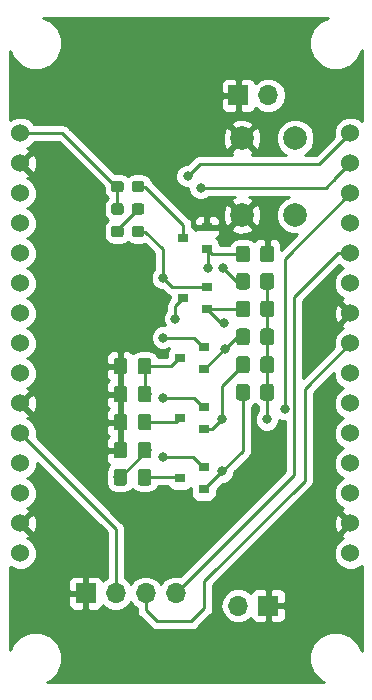
<source format=gbr>
G04 #@! TF.GenerationSoftware,KiCad,Pcbnew,(5.0.2)-1*
G04 #@! TF.CreationDate,2019-06-27T16:40:18+05:30*
G04 #@! TF.ProjectId,mAhTime,6d416854-696d-4652-9e6b-696361645f70,rev?*
G04 #@! TF.SameCoordinates,Original*
G04 #@! TF.FileFunction,Copper,L1,Top*
G04 #@! TF.FilePolarity,Positive*
%FSLAX46Y46*%
G04 Gerber Fmt 4.6, Leading zero omitted, Abs format (unit mm)*
G04 Created by KiCad (PCBNEW (5.0.2)-1) date 06/27/19 16:40:18*
%MOMM*%
%LPD*%
G01*
G04 APERTURE LIST*
G04 #@! TA.AperFunction,ComponentPad*
%ADD10O,1.700000X1.700000*%
G04 #@! TD*
G04 #@! TA.AperFunction,ComponentPad*
%ADD11R,1.700000X1.700000*%
G04 #@! TD*
G04 #@! TA.AperFunction,ComponentPad*
%ADD12C,1.524000*%
G04 #@! TD*
G04 #@! TA.AperFunction,Conductor*
%ADD13C,0.100000*%
G04 #@! TD*
G04 #@! TA.AperFunction,SMDPad,CuDef*
%ADD14C,1.150000*%
G04 #@! TD*
G04 #@! TA.AperFunction,SMDPad,CuDef*
%ADD15R,0.900000X0.800000*%
G04 #@! TD*
G04 #@! TA.AperFunction,SMDPad,CuDef*
%ADD16C,0.950000*%
G04 #@! TD*
G04 #@! TA.AperFunction,ComponentPad*
%ADD17C,2.000000*%
G04 #@! TD*
G04 #@! TA.AperFunction,ViaPad*
%ADD18C,0.800000*%
G04 #@! TD*
G04 #@! TA.AperFunction,Conductor*
%ADD19C,0.250000*%
G04 #@! TD*
G04 #@! TA.AperFunction,Conductor*
%ADD20C,0.254000*%
G04 #@! TD*
G04 APERTURE END LIST*
D10*
G04 #@! TO.P,J3,4*
G04 #@! TO.N,/SDA*
X27980000Y-61800000D03*
G04 #@! TO.P,J3,3*
G04 #@! TO.N,/SCL*
X25440000Y-61800000D03*
G04 #@! TO.P,J3,2*
G04 #@! TO.N,/Vcc*
X22900000Y-61800000D03*
D11*
G04 #@! TO.P,J3,1*
G04 #@! TO.N,GND*
X20360000Y-61800000D03*
G04 #@! TD*
D12*
G04 #@! TO.P,U1,1*
G04 #@! TO.N,/Vin*
X14830000Y-22880000D03*
G04 #@! TO.P,U1,2*
G04 #@! TO.N,GND*
X14830000Y-25420000D03*
G04 #@! TO.P,U1,3*
G04 #@! TO.N,Net-(U1-Pad3)*
X14830000Y-27960000D03*
G04 #@! TO.P,U1,4*
G04 #@! TO.N,Net-(U1-Pad4)*
X14830000Y-30500000D03*
G04 #@! TO.P,U1,5*
G04 #@! TO.N,Net-(U1-Pad5)*
X14830000Y-33040000D03*
G04 #@! TO.P,U1,6*
G04 #@! TO.N,Net-(U1-Pad6)*
X14830000Y-35580000D03*
G04 #@! TO.P,U1,7*
G04 #@! TO.N,Net-(U1-Pad7)*
X14830000Y-38120000D03*
G04 #@! TO.P,U1,8*
G04 #@! TO.N,Net-(U1-Pad8)*
X14830000Y-40660000D03*
G04 #@! TO.P,U1,9*
G04 #@! TO.N,Net-(U1-Pad9)*
X14830000Y-43200000D03*
G04 #@! TO.P,U1,10*
G04 #@! TO.N,GND*
X14830000Y-45740000D03*
G04 #@! TO.P,U1,11*
G04 #@! TO.N,/Vcc*
X14830000Y-48280000D03*
G04 #@! TO.P,U1,12*
G04 #@! TO.N,Net-(U1-Pad12)*
X14830000Y-50820000D03*
G04 #@! TO.P,U1,13*
G04 #@! TO.N,Net-(U1-Pad13)*
X14830000Y-53360000D03*
G04 #@! TO.P,U1,14*
G04 #@! TO.N,GND*
X14830000Y-55900000D03*
G04 #@! TO.P,U1,15*
G04 #@! TO.N,Net-(U1-Pad15)*
X14830000Y-58440000D03*
G04 #@! TO.P,U1,16*
G04 #@! TO.N,/Vcc*
X42770000Y-58440000D03*
G04 #@! TO.P,U1,17*
G04 #@! TO.N,GND*
X42770000Y-55900000D03*
G04 #@! TO.P,U1,18*
G04 #@! TO.N,Net-(U1-Pad18)*
X42770000Y-53360000D03*
G04 #@! TO.P,U1,19*
G04 #@! TO.N,Net-(U1-Pad19)*
X42770000Y-50820000D03*
G04 #@! TO.P,U1,20*
G04 #@! TO.N,Net-(U1-Pad20)*
X42770000Y-48280000D03*
G04 #@! TO.P,U1,21*
G04 #@! TO.N,/Ctrl4*
X42770000Y-45740000D03*
G04 #@! TO.P,U1,22*
G04 #@! TO.N,/En_VD*
X42770000Y-43200000D03*
G04 #@! TO.P,U1,23*
G04 #@! TO.N,/SCL*
X42770000Y-40660000D03*
G04 #@! TO.P,U1,24*
G04 #@! TO.N,GND*
X42770000Y-38120000D03*
G04 #@! TO.P,U1,25*
G04 #@! TO.N,/Vcc*
X42770000Y-35580000D03*
G04 #@! TO.P,U1,26*
G04 #@! TO.N,/SDA*
X42770000Y-33040000D03*
G04 #@! TO.P,U1,27*
G04 #@! TO.N,/SW*
X42770000Y-30500000D03*
G04 #@! TO.P,U1,28*
G04 #@! TO.N,/Ctrl3*
X42770000Y-27960000D03*
G04 #@! TO.P,U1,29*
G04 #@! TO.N,/Ctrl2*
X42770000Y-25420000D03*
G04 #@! TO.P,U1,30*
G04 #@! TO.N,/Ctrl1*
X42770000Y-22880000D03*
G04 #@! TD*
D13*
G04 #@! TO.N,/Vcc*
G04 #@! TO.C,R2*
G36*
X36074910Y-34701202D02*
X36099135Y-34704795D01*
X36122891Y-34710746D01*
X36145949Y-34718996D01*
X36168087Y-34729467D01*
X36189093Y-34742057D01*
X36208763Y-34756645D01*
X36226908Y-34773092D01*
X36243355Y-34791237D01*
X36257943Y-34810907D01*
X36270533Y-34831913D01*
X36281004Y-34854051D01*
X36289254Y-34877109D01*
X36295205Y-34900865D01*
X36298798Y-34925090D01*
X36300000Y-34949550D01*
X36300000Y-35850450D01*
X36298798Y-35874910D01*
X36295205Y-35899135D01*
X36289254Y-35922891D01*
X36281004Y-35945949D01*
X36270533Y-35968087D01*
X36257943Y-35989093D01*
X36243355Y-36008763D01*
X36226908Y-36026908D01*
X36208763Y-36043355D01*
X36189093Y-36057943D01*
X36168087Y-36070533D01*
X36145949Y-36081004D01*
X36122891Y-36089254D01*
X36099135Y-36095205D01*
X36074910Y-36098798D01*
X36050450Y-36100000D01*
X35399550Y-36100000D01*
X35375090Y-36098798D01*
X35350865Y-36095205D01*
X35327109Y-36089254D01*
X35304051Y-36081004D01*
X35281913Y-36070533D01*
X35260907Y-36057943D01*
X35241237Y-36043355D01*
X35223092Y-36026908D01*
X35206645Y-36008763D01*
X35192057Y-35989093D01*
X35179467Y-35968087D01*
X35168996Y-35945949D01*
X35160746Y-35922891D01*
X35154795Y-35899135D01*
X35151202Y-35874910D01*
X35150000Y-35850450D01*
X35150000Y-34949550D01*
X35151202Y-34925090D01*
X35154795Y-34900865D01*
X35160746Y-34877109D01*
X35168996Y-34854051D01*
X35179467Y-34831913D01*
X35192057Y-34810907D01*
X35206645Y-34791237D01*
X35223092Y-34773092D01*
X35241237Y-34756645D01*
X35260907Y-34742057D01*
X35281913Y-34729467D01*
X35304051Y-34718996D01*
X35327109Y-34710746D01*
X35350865Y-34704795D01*
X35375090Y-34701202D01*
X35399550Y-34700000D01*
X36050450Y-34700000D01*
X36074910Y-34701202D01*
X36074910Y-34701202D01*
G37*
D14*
G04 #@! TD*
G04 #@! TO.P,R2,1*
G04 #@! TO.N,/Vcc*
X35725000Y-35400000D03*
D13*
G04 #@! TO.N,/SW*
G04 #@! TO.C,R2*
G36*
X34024910Y-34701202D02*
X34049135Y-34704795D01*
X34072891Y-34710746D01*
X34095949Y-34718996D01*
X34118087Y-34729467D01*
X34139093Y-34742057D01*
X34158763Y-34756645D01*
X34176908Y-34773092D01*
X34193355Y-34791237D01*
X34207943Y-34810907D01*
X34220533Y-34831913D01*
X34231004Y-34854051D01*
X34239254Y-34877109D01*
X34245205Y-34900865D01*
X34248798Y-34925090D01*
X34250000Y-34949550D01*
X34250000Y-35850450D01*
X34248798Y-35874910D01*
X34245205Y-35899135D01*
X34239254Y-35922891D01*
X34231004Y-35945949D01*
X34220533Y-35968087D01*
X34207943Y-35989093D01*
X34193355Y-36008763D01*
X34176908Y-36026908D01*
X34158763Y-36043355D01*
X34139093Y-36057943D01*
X34118087Y-36070533D01*
X34095949Y-36081004D01*
X34072891Y-36089254D01*
X34049135Y-36095205D01*
X34024910Y-36098798D01*
X34000450Y-36100000D01*
X33349550Y-36100000D01*
X33325090Y-36098798D01*
X33300865Y-36095205D01*
X33277109Y-36089254D01*
X33254051Y-36081004D01*
X33231913Y-36070533D01*
X33210907Y-36057943D01*
X33191237Y-36043355D01*
X33173092Y-36026908D01*
X33156645Y-36008763D01*
X33142057Y-35989093D01*
X33129467Y-35968087D01*
X33118996Y-35945949D01*
X33110746Y-35922891D01*
X33104795Y-35899135D01*
X33101202Y-35874910D01*
X33100000Y-35850450D01*
X33100000Y-34949550D01*
X33101202Y-34925090D01*
X33104795Y-34900865D01*
X33110746Y-34877109D01*
X33118996Y-34854051D01*
X33129467Y-34831913D01*
X33142057Y-34810907D01*
X33156645Y-34791237D01*
X33173092Y-34773092D01*
X33191237Y-34756645D01*
X33210907Y-34742057D01*
X33231913Y-34729467D01*
X33254051Y-34718996D01*
X33277109Y-34710746D01*
X33300865Y-34704795D01*
X33325090Y-34701202D01*
X33349550Y-34700000D01*
X34000450Y-34700000D01*
X34024910Y-34701202D01*
X34024910Y-34701202D01*
G37*
D14*
G04 #@! TD*
G04 #@! TO.P,R2,2*
G04 #@! TO.N,/SW*
X33675000Y-35400000D03*
D15*
G04 #@! TO.P,Q5,3*
G04 #@! TO.N,Net-(Q5-Pad3)*
X28630000Y-31760000D03*
G04 #@! TO.P,Q5,2*
G04 #@! TO.N,GND*
X30630000Y-30810000D03*
G04 #@! TO.P,Q5,1*
G04 #@! TO.N,/En_VD*
X30630000Y-32710000D03*
G04 #@! TD*
D10*
G04 #@! TO.P,J1,2*
G04 #@! TO.N,/Vbat*
X35814000Y-19650000D03*
D11*
G04 #@! TO.P,J1,1*
G04 #@! TO.N,GND*
X33274000Y-19650000D03*
G04 #@! TD*
G04 #@! TO.P,J2,1*
G04 #@! TO.N,GND*
X35814000Y-62865000D03*
D10*
G04 #@! TO.P,J2,2*
G04 #@! TO.N,/dut*
X33274000Y-62865000D03*
G04 #@! TD*
D15*
G04 #@! TO.P,Q1,1*
G04 #@! TO.N,/Ctrl1*
X30350000Y-53020000D03*
G04 #@! TO.P,Q1,2*
G04 #@! TO.N,/Vbat*
X30350000Y-51120000D03*
G04 #@! TO.P,Q1,3*
G04 #@! TO.N,Net-(Q1-Pad3)*
X28350000Y-52070000D03*
G04 #@! TD*
G04 #@! TO.P,Q2,3*
G04 #@! TO.N,Net-(Q2-Pad3)*
X28350000Y-46990000D03*
G04 #@! TO.P,Q2,2*
G04 #@! TO.N,/Vbat*
X30350000Y-46040000D03*
G04 #@! TO.P,Q2,1*
G04 #@! TO.N,/Ctrl2*
X30350000Y-47940000D03*
G04 #@! TD*
G04 #@! TO.P,Q3,1*
G04 #@! TO.N,/Ctrl3*
X30350000Y-42860000D03*
G04 #@! TO.P,Q3,2*
G04 #@! TO.N,/Vbat*
X30350000Y-40960000D03*
G04 #@! TO.P,Q3,3*
G04 #@! TO.N,Net-(Q3-Pad3)*
X28350000Y-41910000D03*
G04 #@! TD*
G04 #@! TO.P,Q4,3*
G04 #@! TO.N,/dut*
X28630000Y-36830000D03*
G04 #@! TO.P,Q4,2*
G04 #@! TO.N,/Vbat*
X30630000Y-35880000D03*
G04 #@! TO.P,Q4,1*
G04 #@! TO.N,/Ctrl4*
X30630000Y-37780000D03*
G04 #@! TD*
D13*
G04 #@! TO.N,/Ctrl1*
G04 #@! TO.C,R1*
G36*
X34024910Y-44101202D02*
X34049135Y-44104795D01*
X34072891Y-44110746D01*
X34095949Y-44118996D01*
X34118087Y-44129467D01*
X34139093Y-44142057D01*
X34158763Y-44156645D01*
X34176908Y-44173092D01*
X34193355Y-44191237D01*
X34207943Y-44210907D01*
X34220533Y-44231913D01*
X34231004Y-44254051D01*
X34239254Y-44277109D01*
X34245205Y-44300865D01*
X34248798Y-44325090D01*
X34250000Y-44349550D01*
X34250000Y-45250450D01*
X34248798Y-45274910D01*
X34245205Y-45299135D01*
X34239254Y-45322891D01*
X34231004Y-45345949D01*
X34220533Y-45368087D01*
X34207943Y-45389093D01*
X34193355Y-45408763D01*
X34176908Y-45426908D01*
X34158763Y-45443355D01*
X34139093Y-45457943D01*
X34118087Y-45470533D01*
X34095949Y-45481004D01*
X34072891Y-45489254D01*
X34049135Y-45495205D01*
X34024910Y-45498798D01*
X34000450Y-45500000D01*
X33349550Y-45500000D01*
X33325090Y-45498798D01*
X33300865Y-45495205D01*
X33277109Y-45489254D01*
X33254051Y-45481004D01*
X33231913Y-45470533D01*
X33210907Y-45457943D01*
X33191237Y-45443355D01*
X33173092Y-45426908D01*
X33156645Y-45408763D01*
X33142057Y-45389093D01*
X33129467Y-45368087D01*
X33118996Y-45345949D01*
X33110746Y-45322891D01*
X33104795Y-45299135D01*
X33101202Y-45274910D01*
X33100000Y-45250450D01*
X33100000Y-44349550D01*
X33101202Y-44325090D01*
X33104795Y-44300865D01*
X33110746Y-44277109D01*
X33118996Y-44254051D01*
X33129467Y-44231913D01*
X33142057Y-44210907D01*
X33156645Y-44191237D01*
X33173092Y-44173092D01*
X33191237Y-44156645D01*
X33210907Y-44142057D01*
X33231913Y-44129467D01*
X33254051Y-44118996D01*
X33277109Y-44110746D01*
X33300865Y-44104795D01*
X33325090Y-44101202D01*
X33349550Y-44100000D01*
X34000450Y-44100000D01*
X34024910Y-44101202D01*
X34024910Y-44101202D01*
G37*
D14*
G04 #@! TD*
G04 #@! TO.P,R1,2*
G04 #@! TO.N,/Ctrl1*
X33675000Y-44800000D03*
D13*
G04 #@! TO.N,/Vcc*
G04 #@! TO.C,R1*
G36*
X36074910Y-44101202D02*
X36099135Y-44104795D01*
X36122891Y-44110746D01*
X36145949Y-44118996D01*
X36168087Y-44129467D01*
X36189093Y-44142057D01*
X36208763Y-44156645D01*
X36226908Y-44173092D01*
X36243355Y-44191237D01*
X36257943Y-44210907D01*
X36270533Y-44231913D01*
X36281004Y-44254051D01*
X36289254Y-44277109D01*
X36295205Y-44300865D01*
X36298798Y-44325090D01*
X36300000Y-44349550D01*
X36300000Y-45250450D01*
X36298798Y-45274910D01*
X36295205Y-45299135D01*
X36289254Y-45322891D01*
X36281004Y-45345949D01*
X36270533Y-45368087D01*
X36257943Y-45389093D01*
X36243355Y-45408763D01*
X36226908Y-45426908D01*
X36208763Y-45443355D01*
X36189093Y-45457943D01*
X36168087Y-45470533D01*
X36145949Y-45481004D01*
X36122891Y-45489254D01*
X36099135Y-45495205D01*
X36074910Y-45498798D01*
X36050450Y-45500000D01*
X35399550Y-45500000D01*
X35375090Y-45498798D01*
X35350865Y-45495205D01*
X35327109Y-45489254D01*
X35304051Y-45481004D01*
X35281913Y-45470533D01*
X35260907Y-45457943D01*
X35241237Y-45443355D01*
X35223092Y-45426908D01*
X35206645Y-45408763D01*
X35192057Y-45389093D01*
X35179467Y-45368087D01*
X35168996Y-45345949D01*
X35160746Y-45322891D01*
X35154795Y-45299135D01*
X35151202Y-45274910D01*
X35150000Y-45250450D01*
X35150000Y-44349550D01*
X35151202Y-44325090D01*
X35154795Y-44300865D01*
X35160746Y-44277109D01*
X35168996Y-44254051D01*
X35179467Y-44231913D01*
X35192057Y-44210907D01*
X35206645Y-44191237D01*
X35223092Y-44173092D01*
X35241237Y-44156645D01*
X35260907Y-44142057D01*
X35281913Y-44129467D01*
X35304051Y-44118996D01*
X35327109Y-44110746D01*
X35350865Y-44104795D01*
X35375090Y-44101202D01*
X35399550Y-44100000D01*
X36050450Y-44100000D01*
X36074910Y-44101202D01*
X36074910Y-44101202D01*
G37*
D14*
G04 #@! TD*
G04 #@! TO.P,R1,1*
G04 #@! TO.N,/Vcc*
X35725000Y-44800000D03*
D13*
G04 #@! TO.N,/Vcc*
G04 #@! TO.C,R3*
G36*
X36084910Y-41761202D02*
X36109135Y-41764795D01*
X36132891Y-41770746D01*
X36155949Y-41778996D01*
X36178087Y-41789467D01*
X36199093Y-41802057D01*
X36218763Y-41816645D01*
X36236908Y-41833092D01*
X36253355Y-41851237D01*
X36267943Y-41870907D01*
X36280533Y-41891913D01*
X36291004Y-41914051D01*
X36299254Y-41937109D01*
X36305205Y-41960865D01*
X36308798Y-41985090D01*
X36310000Y-42009550D01*
X36310000Y-42910450D01*
X36308798Y-42934910D01*
X36305205Y-42959135D01*
X36299254Y-42982891D01*
X36291004Y-43005949D01*
X36280533Y-43028087D01*
X36267943Y-43049093D01*
X36253355Y-43068763D01*
X36236908Y-43086908D01*
X36218763Y-43103355D01*
X36199093Y-43117943D01*
X36178087Y-43130533D01*
X36155949Y-43141004D01*
X36132891Y-43149254D01*
X36109135Y-43155205D01*
X36084910Y-43158798D01*
X36060450Y-43160000D01*
X35409550Y-43160000D01*
X35385090Y-43158798D01*
X35360865Y-43155205D01*
X35337109Y-43149254D01*
X35314051Y-43141004D01*
X35291913Y-43130533D01*
X35270907Y-43117943D01*
X35251237Y-43103355D01*
X35233092Y-43086908D01*
X35216645Y-43068763D01*
X35202057Y-43049093D01*
X35189467Y-43028087D01*
X35178996Y-43005949D01*
X35170746Y-42982891D01*
X35164795Y-42959135D01*
X35161202Y-42934910D01*
X35160000Y-42910450D01*
X35160000Y-42009550D01*
X35161202Y-41985090D01*
X35164795Y-41960865D01*
X35170746Y-41937109D01*
X35178996Y-41914051D01*
X35189467Y-41891913D01*
X35202057Y-41870907D01*
X35216645Y-41851237D01*
X35233092Y-41833092D01*
X35251237Y-41816645D01*
X35270907Y-41802057D01*
X35291913Y-41789467D01*
X35314051Y-41778996D01*
X35337109Y-41770746D01*
X35360865Y-41764795D01*
X35385090Y-41761202D01*
X35409550Y-41760000D01*
X36060450Y-41760000D01*
X36084910Y-41761202D01*
X36084910Y-41761202D01*
G37*
D14*
G04 #@! TD*
G04 #@! TO.P,R3,1*
G04 #@! TO.N,/Vcc*
X35735000Y-42460000D03*
D13*
G04 #@! TO.N,/Ctrl2*
G04 #@! TO.C,R3*
G36*
X34034910Y-41761202D02*
X34059135Y-41764795D01*
X34082891Y-41770746D01*
X34105949Y-41778996D01*
X34128087Y-41789467D01*
X34149093Y-41802057D01*
X34168763Y-41816645D01*
X34186908Y-41833092D01*
X34203355Y-41851237D01*
X34217943Y-41870907D01*
X34230533Y-41891913D01*
X34241004Y-41914051D01*
X34249254Y-41937109D01*
X34255205Y-41960865D01*
X34258798Y-41985090D01*
X34260000Y-42009550D01*
X34260000Y-42910450D01*
X34258798Y-42934910D01*
X34255205Y-42959135D01*
X34249254Y-42982891D01*
X34241004Y-43005949D01*
X34230533Y-43028087D01*
X34217943Y-43049093D01*
X34203355Y-43068763D01*
X34186908Y-43086908D01*
X34168763Y-43103355D01*
X34149093Y-43117943D01*
X34128087Y-43130533D01*
X34105949Y-43141004D01*
X34082891Y-43149254D01*
X34059135Y-43155205D01*
X34034910Y-43158798D01*
X34010450Y-43160000D01*
X33359550Y-43160000D01*
X33335090Y-43158798D01*
X33310865Y-43155205D01*
X33287109Y-43149254D01*
X33264051Y-43141004D01*
X33241913Y-43130533D01*
X33220907Y-43117943D01*
X33201237Y-43103355D01*
X33183092Y-43086908D01*
X33166645Y-43068763D01*
X33152057Y-43049093D01*
X33139467Y-43028087D01*
X33128996Y-43005949D01*
X33120746Y-42982891D01*
X33114795Y-42959135D01*
X33111202Y-42934910D01*
X33110000Y-42910450D01*
X33110000Y-42009550D01*
X33111202Y-41985090D01*
X33114795Y-41960865D01*
X33120746Y-41937109D01*
X33128996Y-41914051D01*
X33139467Y-41891913D01*
X33152057Y-41870907D01*
X33166645Y-41851237D01*
X33183092Y-41833092D01*
X33201237Y-41816645D01*
X33220907Y-41802057D01*
X33241913Y-41789467D01*
X33264051Y-41778996D01*
X33287109Y-41770746D01*
X33310865Y-41764795D01*
X33335090Y-41761202D01*
X33359550Y-41760000D01*
X34010450Y-41760000D01*
X34034910Y-41761202D01*
X34034910Y-41761202D01*
G37*
D14*
G04 #@! TD*
G04 #@! TO.P,R3,2*
G04 #@! TO.N,/Ctrl2*
X33685000Y-42460000D03*
D13*
G04 #@! TO.N,/Ctrl3*
G04 #@! TO.C,R4*
G36*
X34034910Y-39401202D02*
X34059135Y-39404795D01*
X34082891Y-39410746D01*
X34105949Y-39418996D01*
X34128087Y-39429467D01*
X34149093Y-39442057D01*
X34168763Y-39456645D01*
X34186908Y-39473092D01*
X34203355Y-39491237D01*
X34217943Y-39510907D01*
X34230533Y-39531913D01*
X34241004Y-39554051D01*
X34249254Y-39577109D01*
X34255205Y-39600865D01*
X34258798Y-39625090D01*
X34260000Y-39649550D01*
X34260000Y-40550450D01*
X34258798Y-40574910D01*
X34255205Y-40599135D01*
X34249254Y-40622891D01*
X34241004Y-40645949D01*
X34230533Y-40668087D01*
X34217943Y-40689093D01*
X34203355Y-40708763D01*
X34186908Y-40726908D01*
X34168763Y-40743355D01*
X34149093Y-40757943D01*
X34128087Y-40770533D01*
X34105949Y-40781004D01*
X34082891Y-40789254D01*
X34059135Y-40795205D01*
X34034910Y-40798798D01*
X34010450Y-40800000D01*
X33359550Y-40800000D01*
X33335090Y-40798798D01*
X33310865Y-40795205D01*
X33287109Y-40789254D01*
X33264051Y-40781004D01*
X33241913Y-40770533D01*
X33220907Y-40757943D01*
X33201237Y-40743355D01*
X33183092Y-40726908D01*
X33166645Y-40708763D01*
X33152057Y-40689093D01*
X33139467Y-40668087D01*
X33128996Y-40645949D01*
X33120746Y-40622891D01*
X33114795Y-40599135D01*
X33111202Y-40574910D01*
X33110000Y-40550450D01*
X33110000Y-39649550D01*
X33111202Y-39625090D01*
X33114795Y-39600865D01*
X33120746Y-39577109D01*
X33128996Y-39554051D01*
X33139467Y-39531913D01*
X33152057Y-39510907D01*
X33166645Y-39491237D01*
X33183092Y-39473092D01*
X33201237Y-39456645D01*
X33220907Y-39442057D01*
X33241913Y-39429467D01*
X33264051Y-39418996D01*
X33287109Y-39410746D01*
X33310865Y-39404795D01*
X33335090Y-39401202D01*
X33359550Y-39400000D01*
X34010450Y-39400000D01*
X34034910Y-39401202D01*
X34034910Y-39401202D01*
G37*
D14*
G04 #@! TD*
G04 #@! TO.P,R4,2*
G04 #@! TO.N,/Ctrl3*
X33685000Y-40100000D03*
D13*
G04 #@! TO.N,/Vcc*
G04 #@! TO.C,R4*
G36*
X36084910Y-39401202D02*
X36109135Y-39404795D01*
X36132891Y-39410746D01*
X36155949Y-39418996D01*
X36178087Y-39429467D01*
X36199093Y-39442057D01*
X36218763Y-39456645D01*
X36236908Y-39473092D01*
X36253355Y-39491237D01*
X36267943Y-39510907D01*
X36280533Y-39531913D01*
X36291004Y-39554051D01*
X36299254Y-39577109D01*
X36305205Y-39600865D01*
X36308798Y-39625090D01*
X36310000Y-39649550D01*
X36310000Y-40550450D01*
X36308798Y-40574910D01*
X36305205Y-40599135D01*
X36299254Y-40622891D01*
X36291004Y-40645949D01*
X36280533Y-40668087D01*
X36267943Y-40689093D01*
X36253355Y-40708763D01*
X36236908Y-40726908D01*
X36218763Y-40743355D01*
X36199093Y-40757943D01*
X36178087Y-40770533D01*
X36155949Y-40781004D01*
X36132891Y-40789254D01*
X36109135Y-40795205D01*
X36084910Y-40798798D01*
X36060450Y-40800000D01*
X35409550Y-40800000D01*
X35385090Y-40798798D01*
X35360865Y-40795205D01*
X35337109Y-40789254D01*
X35314051Y-40781004D01*
X35291913Y-40770533D01*
X35270907Y-40757943D01*
X35251237Y-40743355D01*
X35233092Y-40726908D01*
X35216645Y-40708763D01*
X35202057Y-40689093D01*
X35189467Y-40668087D01*
X35178996Y-40645949D01*
X35170746Y-40622891D01*
X35164795Y-40599135D01*
X35161202Y-40574910D01*
X35160000Y-40550450D01*
X35160000Y-39649550D01*
X35161202Y-39625090D01*
X35164795Y-39600865D01*
X35170746Y-39577109D01*
X35178996Y-39554051D01*
X35189467Y-39531913D01*
X35202057Y-39510907D01*
X35216645Y-39491237D01*
X35233092Y-39473092D01*
X35251237Y-39456645D01*
X35270907Y-39442057D01*
X35291913Y-39429467D01*
X35314051Y-39418996D01*
X35337109Y-39410746D01*
X35360865Y-39404795D01*
X35385090Y-39401202D01*
X35409550Y-39400000D01*
X36060450Y-39400000D01*
X36084910Y-39401202D01*
X36084910Y-39401202D01*
G37*
D14*
G04 #@! TD*
G04 #@! TO.P,R4,1*
G04 #@! TO.N,/Vcc*
X35735000Y-40100000D03*
D13*
G04 #@! TO.N,/Vcc*
G04 #@! TO.C,R5*
G36*
X36084910Y-37041202D02*
X36109135Y-37044795D01*
X36132891Y-37050746D01*
X36155949Y-37058996D01*
X36178087Y-37069467D01*
X36199093Y-37082057D01*
X36218763Y-37096645D01*
X36236908Y-37113092D01*
X36253355Y-37131237D01*
X36267943Y-37150907D01*
X36280533Y-37171913D01*
X36291004Y-37194051D01*
X36299254Y-37217109D01*
X36305205Y-37240865D01*
X36308798Y-37265090D01*
X36310000Y-37289550D01*
X36310000Y-38190450D01*
X36308798Y-38214910D01*
X36305205Y-38239135D01*
X36299254Y-38262891D01*
X36291004Y-38285949D01*
X36280533Y-38308087D01*
X36267943Y-38329093D01*
X36253355Y-38348763D01*
X36236908Y-38366908D01*
X36218763Y-38383355D01*
X36199093Y-38397943D01*
X36178087Y-38410533D01*
X36155949Y-38421004D01*
X36132891Y-38429254D01*
X36109135Y-38435205D01*
X36084910Y-38438798D01*
X36060450Y-38440000D01*
X35409550Y-38440000D01*
X35385090Y-38438798D01*
X35360865Y-38435205D01*
X35337109Y-38429254D01*
X35314051Y-38421004D01*
X35291913Y-38410533D01*
X35270907Y-38397943D01*
X35251237Y-38383355D01*
X35233092Y-38366908D01*
X35216645Y-38348763D01*
X35202057Y-38329093D01*
X35189467Y-38308087D01*
X35178996Y-38285949D01*
X35170746Y-38262891D01*
X35164795Y-38239135D01*
X35161202Y-38214910D01*
X35160000Y-38190450D01*
X35160000Y-37289550D01*
X35161202Y-37265090D01*
X35164795Y-37240865D01*
X35170746Y-37217109D01*
X35178996Y-37194051D01*
X35189467Y-37171913D01*
X35202057Y-37150907D01*
X35216645Y-37131237D01*
X35233092Y-37113092D01*
X35251237Y-37096645D01*
X35270907Y-37082057D01*
X35291913Y-37069467D01*
X35314051Y-37058996D01*
X35337109Y-37050746D01*
X35360865Y-37044795D01*
X35385090Y-37041202D01*
X35409550Y-37040000D01*
X36060450Y-37040000D01*
X36084910Y-37041202D01*
X36084910Y-37041202D01*
G37*
D14*
G04 #@! TD*
G04 #@! TO.P,R5,1*
G04 #@! TO.N,/Vcc*
X35735000Y-37740000D03*
D13*
G04 #@! TO.N,/Ctrl4*
G04 #@! TO.C,R5*
G36*
X34034910Y-37041202D02*
X34059135Y-37044795D01*
X34082891Y-37050746D01*
X34105949Y-37058996D01*
X34128087Y-37069467D01*
X34149093Y-37082057D01*
X34168763Y-37096645D01*
X34186908Y-37113092D01*
X34203355Y-37131237D01*
X34217943Y-37150907D01*
X34230533Y-37171913D01*
X34241004Y-37194051D01*
X34249254Y-37217109D01*
X34255205Y-37240865D01*
X34258798Y-37265090D01*
X34260000Y-37289550D01*
X34260000Y-38190450D01*
X34258798Y-38214910D01*
X34255205Y-38239135D01*
X34249254Y-38262891D01*
X34241004Y-38285949D01*
X34230533Y-38308087D01*
X34217943Y-38329093D01*
X34203355Y-38348763D01*
X34186908Y-38366908D01*
X34168763Y-38383355D01*
X34149093Y-38397943D01*
X34128087Y-38410533D01*
X34105949Y-38421004D01*
X34082891Y-38429254D01*
X34059135Y-38435205D01*
X34034910Y-38438798D01*
X34010450Y-38440000D01*
X33359550Y-38440000D01*
X33335090Y-38438798D01*
X33310865Y-38435205D01*
X33287109Y-38429254D01*
X33264051Y-38421004D01*
X33241913Y-38410533D01*
X33220907Y-38397943D01*
X33201237Y-38383355D01*
X33183092Y-38366908D01*
X33166645Y-38348763D01*
X33152057Y-38329093D01*
X33139467Y-38308087D01*
X33128996Y-38285949D01*
X33120746Y-38262891D01*
X33114795Y-38239135D01*
X33111202Y-38214910D01*
X33110000Y-38190450D01*
X33110000Y-37289550D01*
X33111202Y-37265090D01*
X33114795Y-37240865D01*
X33120746Y-37217109D01*
X33128996Y-37194051D01*
X33139467Y-37171913D01*
X33152057Y-37150907D01*
X33166645Y-37131237D01*
X33183092Y-37113092D01*
X33201237Y-37096645D01*
X33220907Y-37082057D01*
X33241913Y-37069467D01*
X33264051Y-37058996D01*
X33287109Y-37050746D01*
X33310865Y-37044795D01*
X33335090Y-37041202D01*
X33359550Y-37040000D01*
X34010450Y-37040000D01*
X34034910Y-37041202D01*
X34034910Y-37041202D01*
G37*
D14*
G04 #@! TD*
G04 #@! TO.P,R5,2*
G04 #@! TO.N,/Ctrl4*
X33685000Y-37740000D03*
D13*
G04 #@! TO.N,GND*
G04 #@! TO.C,R6*
G36*
X36074910Y-32401202D02*
X36099135Y-32404795D01*
X36122891Y-32410746D01*
X36145949Y-32418996D01*
X36168087Y-32429467D01*
X36189093Y-32442057D01*
X36208763Y-32456645D01*
X36226908Y-32473092D01*
X36243355Y-32491237D01*
X36257943Y-32510907D01*
X36270533Y-32531913D01*
X36281004Y-32554051D01*
X36289254Y-32577109D01*
X36295205Y-32600865D01*
X36298798Y-32625090D01*
X36300000Y-32649550D01*
X36300000Y-33550450D01*
X36298798Y-33574910D01*
X36295205Y-33599135D01*
X36289254Y-33622891D01*
X36281004Y-33645949D01*
X36270533Y-33668087D01*
X36257943Y-33689093D01*
X36243355Y-33708763D01*
X36226908Y-33726908D01*
X36208763Y-33743355D01*
X36189093Y-33757943D01*
X36168087Y-33770533D01*
X36145949Y-33781004D01*
X36122891Y-33789254D01*
X36099135Y-33795205D01*
X36074910Y-33798798D01*
X36050450Y-33800000D01*
X35399550Y-33800000D01*
X35375090Y-33798798D01*
X35350865Y-33795205D01*
X35327109Y-33789254D01*
X35304051Y-33781004D01*
X35281913Y-33770533D01*
X35260907Y-33757943D01*
X35241237Y-33743355D01*
X35223092Y-33726908D01*
X35206645Y-33708763D01*
X35192057Y-33689093D01*
X35179467Y-33668087D01*
X35168996Y-33645949D01*
X35160746Y-33622891D01*
X35154795Y-33599135D01*
X35151202Y-33574910D01*
X35150000Y-33550450D01*
X35150000Y-32649550D01*
X35151202Y-32625090D01*
X35154795Y-32600865D01*
X35160746Y-32577109D01*
X35168996Y-32554051D01*
X35179467Y-32531913D01*
X35192057Y-32510907D01*
X35206645Y-32491237D01*
X35223092Y-32473092D01*
X35241237Y-32456645D01*
X35260907Y-32442057D01*
X35281913Y-32429467D01*
X35304051Y-32418996D01*
X35327109Y-32410746D01*
X35350865Y-32404795D01*
X35375090Y-32401202D01*
X35399550Y-32400000D01*
X36050450Y-32400000D01*
X36074910Y-32401202D01*
X36074910Y-32401202D01*
G37*
D14*
G04 #@! TD*
G04 #@! TO.P,R6,1*
G04 #@! TO.N,GND*
X35725000Y-33100000D03*
D13*
G04 #@! TO.N,/En_VD*
G04 #@! TO.C,R6*
G36*
X34024910Y-32401202D02*
X34049135Y-32404795D01*
X34072891Y-32410746D01*
X34095949Y-32418996D01*
X34118087Y-32429467D01*
X34139093Y-32442057D01*
X34158763Y-32456645D01*
X34176908Y-32473092D01*
X34193355Y-32491237D01*
X34207943Y-32510907D01*
X34220533Y-32531913D01*
X34231004Y-32554051D01*
X34239254Y-32577109D01*
X34245205Y-32600865D01*
X34248798Y-32625090D01*
X34250000Y-32649550D01*
X34250000Y-33550450D01*
X34248798Y-33574910D01*
X34245205Y-33599135D01*
X34239254Y-33622891D01*
X34231004Y-33645949D01*
X34220533Y-33668087D01*
X34207943Y-33689093D01*
X34193355Y-33708763D01*
X34176908Y-33726908D01*
X34158763Y-33743355D01*
X34139093Y-33757943D01*
X34118087Y-33770533D01*
X34095949Y-33781004D01*
X34072891Y-33789254D01*
X34049135Y-33795205D01*
X34024910Y-33798798D01*
X34000450Y-33800000D01*
X33349550Y-33800000D01*
X33325090Y-33798798D01*
X33300865Y-33795205D01*
X33277109Y-33789254D01*
X33254051Y-33781004D01*
X33231913Y-33770533D01*
X33210907Y-33757943D01*
X33191237Y-33743355D01*
X33173092Y-33726908D01*
X33156645Y-33708763D01*
X33142057Y-33689093D01*
X33129467Y-33668087D01*
X33118996Y-33645949D01*
X33110746Y-33622891D01*
X33104795Y-33599135D01*
X33101202Y-33574910D01*
X33100000Y-33550450D01*
X33100000Y-32649550D01*
X33101202Y-32625090D01*
X33104795Y-32600865D01*
X33110746Y-32577109D01*
X33118996Y-32554051D01*
X33129467Y-32531913D01*
X33142057Y-32510907D01*
X33156645Y-32491237D01*
X33173092Y-32473092D01*
X33191237Y-32456645D01*
X33210907Y-32442057D01*
X33231913Y-32429467D01*
X33254051Y-32418996D01*
X33277109Y-32410746D01*
X33300865Y-32404795D01*
X33325090Y-32401202D01*
X33349550Y-32400000D01*
X34000450Y-32400000D01*
X34024910Y-32401202D01*
X34024910Y-32401202D01*
G37*
D14*
G04 #@! TD*
G04 #@! TO.P,R6,2*
G04 #@! TO.N,/En_VD*
X33675000Y-33100000D03*
D13*
G04 #@! TO.N,/Vbat*
G04 #@! TO.C,R7*
G36*
X25105779Y-30706144D02*
X25128834Y-30709563D01*
X25151443Y-30715227D01*
X25173387Y-30723079D01*
X25194457Y-30733044D01*
X25214448Y-30745026D01*
X25233168Y-30758910D01*
X25250438Y-30774562D01*
X25266090Y-30791832D01*
X25279974Y-30810552D01*
X25291956Y-30830543D01*
X25301921Y-30851613D01*
X25309773Y-30873557D01*
X25315437Y-30896166D01*
X25318856Y-30919221D01*
X25320000Y-30942500D01*
X25320000Y-31417500D01*
X25318856Y-31440779D01*
X25315437Y-31463834D01*
X25309773Y-31486443D01*
X25301921Y-31508387D01*
X25291956Y-31529457D01*
X25279974Y-31549448D01*
X25266090Y-31568168D01*
X25250438Y-31585438D01*
X25233168Y-31601090D01*
X25214448Y-31614974D01*
X25194457Y-31626956D01*
X25173387Y-31636921D01*
X25151443Y-31644773D01*
X25128834Y-31650437D01*
X25105779Y-31653856D01*
X25082500Y-31655000D01*
X24507500Y-31655000D01*
X24484221Y-31653856D01*
X24461166Y-31650437D01*
X24438557Y-31644773D01*
X24416613Y-31636921D01*
X24395543Y-31626956D01*
X24375552Y-31614974D01*
X24356832Y-31601090D01*
X24339562Y-31585438D01*
X24323910Y-31568168D01*
X24310026Y-31549448D01*
X24298044Y-31529457D01*
X24288079Y-31508387D01*
X24280227Y-31486443D01*
X24274563Y-31463834D01*
X24271144Y-31440779D01*
X24270000Y-31417500D01*
X24270000Y-30942500D01*
X24271144Y-30919221D01*
X24274563Y-30896166D01*
X24280227Y-30873557D01*
X24288079Y-30851613D01*
X24298044Y-30830543D01*
X24310026Y-30810552D01*
X24323910Y-30791832D01*
X24339562Y-30774562D01*
X24356832Y-30758910D01*
X24375552Y-30745026D01*
X24395543Y-30733044D01*
X24416613Y-30723079D01*
X24438557Y-30715227D01*
X24461166Y-30709563D01*
X24484221Y-30706144D01*
X24507500Y-30705000D01*
X25082500Y-30705000D01*
X25105779Y-30706144D01*
X25105779Y-30706144D01*
G37*
D16*
G04 #@! TD*
G04 #@! TO.P,R7,1*
G04 #@! TO.N,/Vbat*
X24795000Y-31180000D03*
D13*
G04 #@! TO.N,Net-(R7-Pad2)*
G04 #@! TO.C,R7*
G36*
X23355779Y-30706144D02*
X23378834Y-30709563D01*
X23401443Y-30715227D01*
X23423387Y-30723079D01*
X23444457Y-30733044D01*
X23464448Y-30745026D01*
X23483168Y-30758910D01*
X23500438Y-30774562D01*
X23516090Y-30791832D01*
X23529974Y-30810552D01*
X23541956Y-30830543D01*
X23551921Y-30851613D01*
X23559773Y-30873557D01*
X23565437Y-30896166D01*
X23568856Y-30919221D01*
X23570000Y-30942500D01*
X23570000Y-31417500D01*
X23568856Y-31440779D01*
X23565437Y-31463834D01*
X23559773Y-31486443D01*
X23551921Y-31508387D01*
X23541956Y-31529457D01*
X23529974Y-31549448D01*
X23516090Y-31568168D01*
X23500438Y-31585438D01*
X23483168Y-31601090D01*
X23464448Y-31614974D01*
X23444457Y-31626956D01*
X23423387Y-31636921D01*
X23401443Y-31644773D01*
X23378834Y-31650437D01*
X23355779Y-31653856D01*
X23332500Y-31655000D01*
X22757500Y-31655000D01*
X22734221Y-31653856D01*
X22711166Y-31650437D01*
X22688557Y-31644773D01*
X22666613Y-31636921D01*
X22645543Y-31626956D01*
X22625552Y-31614974D01*
X22606832Y-31601090D01*
X22589562Y-31585438D01*
X22573910Y-31568168D01*
X22560026Y-31549448D01*
X22548044Y-31529457D01*
X22538079Y-31508387D01*
X22530227Y-31486443D01*
X22524563Y-31463834D01*
X22521144Y-31440779D01*
X22520000Y-31417500D01*
X22520000Y-30942500D01*
X22521144Y-30919221D01*
X22524563Y-30896166D01*
X22530227Y-30873557D01*
X22538079Y-30851613D01*
X22548044Y-30830543D01*
X22560026Y-30810552D01*
X22573910Y-30791832D01*
X22589562Y-30774562D01*
X22606832Y-30758910D01*
X22625552Y-30745026D01*
X22645543Y-30733044D01*
X22666613Y-30723079D01*
X22688557Y-30715227D01*
X22711166Y-30709563D01*
X22734221Y-30706144D01*
X22757500Y-30705000D01*
X23332500Y-30705000D01*
X23355779Y-30706144D01*
X23355779Y-30706144D01*
G37*
D16*
G04 #@! TD*
G04 #@! TO.P,R7,2*
G04 #@! TO.N,Net-(R7-Pad2)*
X23045000Y-31180000D03*
D13*
G04 #@! TO.N,Net-(R7-Pad2)*
G04 #@! TO.C,R8*
G36*
X25105779Y-28806144D02*
X25128834Y-28809563D01*
X25151443Y-28815227D01*
X25173387Y-28823079D01*
X25194457Y-28833044D01*
X25214448Y-28845026D01*
X25233168Y-28858910D01*
X25250438Y-28874562D01*
X25266090Y-28891832D01*
X25279974Y-28910552D01*
X25291956Y-28930543D01*
X25301921Y-28951613D01*
X25309773Y-28973557D01*
X25315437Y-28996166D01*
X25318856Y-29019221D01*
X25320000Y-29042500D01*
X25320000Y-29517500D01*
X25318856Y-29540779D01*
X25315437Y-29563834D01*
X25309773Y-29586443D01*
X25301921Y-29608387D01*
X25291956Y-29629457D01*
X25279974Y-29649448D01*
X25266090Y-29668168D01*
X25250438Y-29685438D01*
X25233168Y-29701090D01*
X25214448Y-29714974D01*
X25194457Y-29726956D01*
X25173387Y-29736921D01*
X25151443Y-29744773D01*
X25128834Y-29750437D01*
X25105779Y-29753856D01*
X25082500Y-29755000D01*
X24507500Y-29755000D01*
X24484221Y-29753856D01*
X24461166Y-29750437D01*
X24438557Y-29744773D01*
X24416613Y-29736921D01*
X24395543Y-29726956D01*
X24375552Y-29714974D01*
X24356832Y-29701090D01*
X24339562Y-29685438D01*
X24323910Y-29668168D01*
X24310026Y-29649448D01*
X24298044Y-29629457D01*
X24288079Y-29608387D01*
X24280227Y-29586443D01*
X24274563Y-29563834D01*
X24271144Y-29540779D01*
X24270000Y-29517500D01*
X24270000Y-29042500D01*
X24271144Y-29019221D01*
X24274563Y-28996166D01*
X24280227Y-28973557D01*
X24288079Y-28951613D01*
X24298044Y-28930543D01*
X24310026Y-28910552D01*
X24323910Y-28891832D01*
X24339562Y-28874562D01*
X24356832Y-28858910D01*
X24375552Y-28845026D01*
X24395543Y-28833044D01*
X24416613Y-28823079D01*
X24438557Y-28815227D01*
X24461166Y-28809563D01*
X24484221Y-28806144D01*
X24507500Y-28805000D01*
X25082500Y-28805000D01*
X25105779Y-28806144D01*
X25105779Y-28806144D01*
G37*
D16*
G04 #@! TD*
G04 #@! TO.P,R8,1*
G04 #@! TO.N,Net-(R7-Pad2)*
X24795000Y-29280000D03*
D13*
G04 #@! TO.N,/Vin*
G04 #@! TO.C,R8*
G36*
X23355779Y-28806144D02*
X23378834Y-28809563D01*
X23401443Y-28815227D01*
X23423387Y-28823079D01*
X23444457Y-28833044D01*
X23464448Y-28845026D01*
X23483168Y-28858910D01*
X23500438Y-28874562D01*
X23516090Y-28891832D01*
X23529974Y-28910552D01*
X23541956Y-28930543D01*
X23551921Y-28951613D01*
X23559773Y-28973557D01*
X23565437Y-28996166D01*
X23568856Y-29019221D01*
X23570000Y-29042500D01*
X23570000Y-29517500D01*
X23568856Y-29540779D01*
X23565437Y-29563834D01*
X23559773Y-29586443D01*
X23551921Y-29608387D01*
X23541956Y-29629457D01*
X23529974Y-29649448D01*
X23516090Y-29668168D01*
X23500438Y-29685438D01*
X23483168Y-29701090D01*
X23464448Y-29714974D01*
X23444457Y-29726956D01*
X23423387Y-29736921D01*
X23401443Y-29744773D01*
X23378834Y-29750437D01*
X23355779Y-29753856D01*
X23332500Y-29755000D01*
X22757500Y-29755000D01*
X22734221Y-29753856D01*
X22711166Y-29750437D01*
X22688557Y-29744773D01*
X22666613Y-29736921D01*
X22645543Y-29726956D01*
X22625552Y-29714974D01*
X22606832Y-29701090D01*
X22589562Y-29685438D01*
X22573910Y-29668168D01*
X22560026Y-29649448D01*
X22548044Y-29629457D01*
X22538079Y-29608387D01*
X22530227Y-29586443D01*
X22524563Y-29563834D01*
X22521144Y-29540779D01*
X22520000Y-29517500D01*
X22520000Y-29042500D01*
X22521144Y-29019221D01*
X22524563Y-28996166D01*
X22530227Y-28973557D01*
X22538079Y-28951613D01*
X22548044Y-28930543D01*
X22560026Y-28910552D01*
X22573910Y-28891832D01*
X22589562Y-28874562D01*
X22606832Y-28858910D01*
X22625552Y-28845026D01*
X22645543Y-28833044D01*
X22666613Y-28823079D01*
X22688557Y-28815227D01*
X22711166Y-28809563D01*
X22734221Y-28806144D01*
X22757500Y-28805000D01*
X23332500Y-28805000D01*
X23355779Y-28806144D01*
X23355779Y-28806144D01*
G37*
D16*
G04 #@! TD*
G04 #@! TO.P,R8,2*
G04 #@! TO.N,/Vin*
X23045000Y-29280000D03*
D13*
G04 #@! TO.N,Net-(Q5-Pad3)*
G04 #@! TO.C,R9*
G36*
X25105779Y-26916144D02*
X25128834Y-26919563D01*
X25151443Y-26925227D01*
X25173387Y-26933079D01*
X25194457Y-26943044D01*
X25214448Y-26955026D01*
X25233168Y-26968910D01*
X25250438Y-26984562D01*
X25266090Y-27001832D01*
X25279974Y-27020552D01*
X25291956Y-27040543D01*
X25301921Y-27061613D01*
X25309773Y-27083557D01*
X25315437Y-27106166D01*
X25318856Y-27129221D01*
X25320000Y-27152500D01*
X25320000Y-27627500D01*
X25318856Y-27650779D01*
X25315437Y-27673834D01*
X25309773Y-27696443D01*
X25301921Y-27718387D01*
X25291956Y-27739457D01*
X25279974Y-27759448D01*
X25266090Y-27778168D01*
X25250438Y-27795438D01*
X25233168Y-27811090D01*
X25214448Y-27824974D01*
X25194457Y-27836956D01*
X25173387Y-27846921D01*
X25151443Y-27854773D01*
X25128834Y-27860437D01*
X25105779Y-27863856D01*
X25082500Y-27865000D01*
X24507500Y-27865000D01*
X24484221Y-27863856D01*
X24461166Y-27860437D01*
X24438557Y-27854773D01*
X24416613Y-27846921D01*
X24395543Y-27836956D01*
X24375552Y-27824974D01*
X24356832Y-27811090D01*
X24339562Y-27795438D01*
X24323910Y-27778168D01*
X24310026Y-27759448D01*
X24298044Y-27739457D01*
X24288079Y-27718387D01*
X24280227Y-27696443D01*
X24274563Y-27673834D01*
X24271144Y-27650779D01*
X24270000Y-27627500D01*
X24270000Y-27152500D01*
X24271144Y-27129221D01*
X24274563Y-27106166D01*
X24280227Y-27083557D01*
X24288079Y-27061613D01*
X24298044Y-27040543D01*
X24310026Y-27020552D01*
X24323910Y-27001832D01*
X24339562Y-26984562D01*
X24356832Y-26968910D01*
X24375552Y-26955026D01*
X24395543Y-26943044D01*
X24416613Y-26933079D01*
X24438557Y-26925227D01*
X24461166Y-26919563D01*
X24484221Y-26916144D01*
X24507500Y-26915000D01*
X25082500Y-26915000D01*
X25105779Y-26916144D01*
X25105779Y-26916144D01*
G37*
D16*
G04 #@! TD*
G04 #@! TO.P,R9,2*
G04 #@! TO.N,Net-(Q5-Pad3)*
X24795000Y-27390000D03*
D13*
G04 #@! TO.N,/Vin*
G04 #@! TO.C,R9*
G36*
X23355779Y-26916144D02*
X23378834Y-26919563D01*
X23401443Y-26925227D01*
X23423387Y-26933079D01*
X23444457Y-26943044D01*
X23464448Y-26955026D01*
X23483168Y-26968910D01*
X23500438Y-26984562D01*
X23516090Y-27001832D01*
X23529974Y-27020552D01*
X23541956Y-27040543D01*
X23551921Y-27061613D01*
X23559773Y-27083557D01*
X23565437Y-27106166D01*
X23568856Y-27129221D01*
X23570000Y-27152500D01*
X23570000Y-27627500D01*
X23568856Y-27650779D01*
X23565437Y-27673834D01*
X23559773Y-27696443D01*
X23551921Y-27718387D01*
X23541956Y-27739457D01*
X23529974Y-27759448D01*
X23516090Y-27778168D01*
X23500438Y-27795438D01*
X23483168Y-27811090D01*
X23464448Y-27824974D01*
X23444457Y-27836956D01*
X23423387Y-27846921D01*
X23401443Y-27854773D01*
X23378834Y-27860437D01*
X23355779Y-27863856D01*
X23332500Y-27865000D01*
X22757500Y-27865000D01*
X22734221Y-27863856D01*
X22711166Y-27860437D01*
X22688557Y-27854773D01*
X22666613Y-27846921D01*
X22645543Y-27836956D01*
X22625552Y-27824974D01*
X22606832Y-27811090D01*
X22589562Y-27795438D01*
X22573910Y-27778168D01*
X22560026Y-27759448D01*
X22548044Y-27739457D01*
X22538079Y-27718387D01*
X22530227Y-27696443D01*
X22524563Y-27673834D01*
X22521144Y-27650779D01*
X22520000Y-27627500D01*
X22520000Y-27152500D01*
X22521144Y-27129221D01*
X22524563Y-27106166D01*
X22530227Y-27083557D01*
X22538079Y-27061613D01*
X22548044Y-27040543D01*
X22560026Y-27020552D01*
X22573910Y-27001832D01*
X22589562Y-26984562D01*
X22606832Y-26968910D01*
X22625552Y-26955026D01*
X22645543Y-26943044D01*
X22666613Y-26933079D01*
X22688557Y-26925227D01*
X22711166Y-26919563D01*
X22734221Y-26916144D01*
X22757500Y-26915000D01*
X23332500Y-26915000D01*
X23355779Y-26916144D01*
X23355779Y-26916144D01*
G37*
D16*
G04 #@! TD*
G04 #@! TO.P,R9,1*
G04 #@! TO.N,/Vin*
X23045000Y-27390000D03*
D13*
G04 #@! TO.N,Net-(Q1-Pad3)*
G04 #@! TO.C,RL1*
G36*
X25694910Y-51301202D02*
X25719135Y-51304795D01*
X25742891Y-51310746D01*
X25765949Y-51318996D01*
X25788087Y-51329467D01*
X25809093Y-51342057D01*
X25828763Y-51356645D01*
X25846908Y-51373092D01*
X25863355Y-51391237D01*
X25877943Y-51410907D01*
X25890533Y-51431913D01*
X25901004Y-51454051D01*
X25909254Y-51477109D01*
X25915205Y-51500865D01*
X25918798Y-51525090D01*
X25920000Y-51549550D01*
X25920000Y-52450450D01*
X25918798Y-52474910D01*
X25915205Y-52499135D01*
X25909254Y-52522891D01*
X25901004Y-52545949D01*
X25890533Y-52568087D01*
X25877943Y-52589093D01*
X25863355Y-52608763D01*
X25846908Y-52626908D01*
X25828763Y-52643355D01*
X25809093Y-52657943D01*
X25788087Y-52670533D01*
X25765949Y-52681004D01*
X25742891Y-52689254D01*
X25719135Y-52695205D01*
X25694910Y-52698798D01*
X25670450Y-52700000D01*
X25019550Y-52700000D01*
X24995090Y-52698798D01*
X24970865Y-52695205D01*
X24947109Y-52689254D01*
X24924051Y-52681004D01*
X24901913Y-52670533D01*
X24880907Y-52657943D01*
X24861237Y-52643355D01*
X24843092Y-52626908D01*
X24826645Y-52608763D01*
X24812057Y-52589093D01*
X24799467Y-52568087D01*
X24788996Y-52545949D01*
X24780746Y-52522891D01*
X24774795Y-52499135D01*
X24771202Y-52474910D01*
X24770000Y-52450450D01*
X24770000Y-51549550D01*
X24771202Y-51525090D01*
X24774795Y-51500865D01*
X24780746Y-51477109D01*
X24788996Y-51454051D01*
X24799467Y-51431913D01*
X24812057Y-51410907D01*
X24826645Y-51391237D01*
X24843092Y-51373092D01*
X24861237Y-51356645D01*
X24880907Y-51342057D01*
X24901913Y-51329467D01*
X24924051Y-51318996D01*
X24947109Y-51310746D01*
X24970865Y-51304795D01*
X24995090Y-51301202D01*
X25019550Y-51300000D01*
X25670450Y-51300000D01*
X25694910Y-51301202D01*
X25694910Y-51301202D01*
G37*
D14*
G04 #@! TD*
G04 #@! TO.P,RL1,1*
G04 #@! TO.N,Net-(Q1-Pad3)*
X25345000Y-52000000D03*
D13*
G04 #@! TO.N,Net-(RL1-Pad2)*
G04 #@! TO.C,RL1*
G36*
X23644910Y-51301202D02*
X23669135Y-51304795D01*
X23692891Y-51310746D01*
X23715949Y-51318996D01*
X23738087Y-51329467D01*
X23759093Y-51342057D01*
X23778763Y-51356645D01*
X23796908Y-51373092D01*
X23813355Y-51391237D01*
X23827943Y-51410907D01*
X23840533Y-51431913D01*
X23851004Y-51454051D01*
X23859254Y-51477109D01*
X23865205Y-51500865D01*
X23868798Y-51525090D01*
X23870000Y-51549550D01*
X23870000Y-52450450D01*
X23868798Y-52474910D01*
X23865205Y-52499135D01*
X23859254Y-52522891D01*
X23851004Y-52545949D01*
X23840533Y-52568087D01*
X23827943Y-52589093D01*
X23813355Y-52608763D01*
X23796908Y-52626908D01*
X23778763Y-52643355D01*
X23759093Y-52657943D01*
X23738087Y-52670533D01*
X23715949Y-52681004D01*
X23692891Y-52689254D01*
X23669135Y-52695205D01*
X23644910Y-52698798D01*
X23620450Y-52700000D01*
X22969550Y-52700000D01*
X22945090Y-52698798D01*
X22920865Y-52695205D01*
X22897109Y-52689254D01*
X22874051Y-52681004D01*
X22851913Y-52670533D01*
X22830907Y-52657943D01*
X22811237Y-52643355D01*
X22793092Y-52626908D01*
X22776645Y-52608763D01*
X22762057Y-52589093D01*
X22749467Y-52568087D01*
X22738996Y-52545949D01*
X22730746Y-52522891D01*
X22724795Y-52499135D01*
X22721202Y-52474910D01*
X22720000Y-52450450D01*
X22720000Y-51549550D01*
X22721202Y-51525090D01*
X22724795Y-51500865D01*
X22730746Y-51477109D01*
X22738996Y-51454051D01*
X22749467Y-51431913D01*
X22762057Y-51410907D01*
X22776645Y-51391237D01*
X22793092Y-51373092D01*
X22811237Y-51356645D01*
X22830907Y-51342057D01*
X22851913Y-51329467D01*
X22874051Y-51318996D01*
X22897109Y-51310746D01*
X22920865Y-51304795D01*
X22945090Y-51301202D01*
X22969550Y-51300000D01*
X23620450Y-51300000D01*
X23644910Y-51301202D01*
X23644910Y-51301202D01*
G37*
D14*
G04 #@! TD*
G04 #@! TO.P,RL1,2*
G04 #@! TO.N,Net-(RL1-Pad2)*
X23295000Y-52000000D03*
D13*
G04 #@! TO.N,Net-(RL1-Pad2)*
G04 #@! TO.C,RL2*
G36*
X25694910Y-49001202D02*
X25719135Y-49004795D01*
X25742891Y-49010746D01*
X25765949Y-49018996D01*
X25788087Y-49029467D01*
X25809093Y-49042057D01*
X25828763Y-49056645D01*
X25846908Y-49073092D01*
X25863355Y-49091237D01*
X25877943Y-49110907D01*
X25890533Y-49131913D01*
X25901004Y-49154051D01*
X25909254Y-49177109D01*
X25915205Y-49200865D01*
X25918798Y-49225090D01*
X25920000Y-49249550D01*
X25920000Y-50150450D01*
X25918798Y-50174910D01*
X25915205Y-50199135D01*
X25909254Y-50222891D01*
X25901004Y-50245949D01*
X25890533Y-50268087D01*
X25877943Y-50289093D01*
X25863355Y-50308763D01*
X25846908Y-50326908D01*
X25828763Y-50343355D01*
X25809093Y-50357943D01*
X25788087Y-50370533D01*
X25765949Y-50381004D01*
X25742891Y-50389254D01*
X25719135Y-50395205D01*
X25694910Y-50398798D01*
X25670450Y-50400000D01*
X25019550Y-50400000D01*
X24995090Y-50398798D01*
X24970865Y-50395205D01*
X24947109Y-50389254D01*
X24924051Y-50381004D01*
X24901913Y-50370533D01*
X24880907Y-50357943D01*
X24861237Y-50343355D01*
X24843092Y-50326908D01*
X24826645Y-50308763D01*
X24812057Y-50289093D01*
X24799467Y-50268087D01*
X24788996Y-50245949D01*
X24780746Y-50222891D01*
X24774795Y-50199135D01*
X24771202Y-50174910D01*
X24770000Y-50150450D01*
X24770000Y-49249550D01*
X24771202Y-49225090D01*
X24774795Y-49200865D01*
X24780746Y-49177109D01*
X24788996Y-49154051D01*
X24799467Y-49131913D01*
X24812057Y-49110907D01*
X24826645Y-49091237D01*
X24843092Y-49073092D01*
X24861237Y-49056645D01*
X24880907Y-49042057D01*
X24901913Y-49029467D01*
X24924051Y-49018996D01*
X24947109Y-49010746D01*
X24970865Y-49004795D01*
X24995090Y-49001202D01*
X25019550Y-49000000D01*
X25670450Y-49000000D01*
X25694910Y-49001202D01*
X25694910Y-49001202D01*
G37*
D14*
G04 #@! TD*
G04 #@! TO.P,RL2,1*
G04 #@! TO.N,Net-(RL1-Pad2)*
X25345000Y-49700000D03*
D13*
G04 #@! TO.N,GND*
G04 #@! TO.C,RL2*
G36*
X23644910Y-49001202D02*
X23669135Y-49004795D01*
X23692891Y-49010746D01*
X23715949Y-49018996D01*
X23738087Y-49029467D01*
X23759093Y-49042057D01*
X23778763Y-49056645D01*
X23796908Y-49073092D01*
X23813355Y-49091237D01*
X23827943Y-49110907D01*
X23840533Y-49131913D01*
X23851004Y-49154051D01*
X23859254Y-49177109D01*
X23865205Y-49200865D01*
X23868798Y-49225090D01*
X23870000Y-49249550D01*
X23870000Y-50150450D01*
X23868798Y-50174910D01*
X23865205Y-50199135D01*
X23859254Y-50222891D01*
X23851004Y-50245949D01*
X23840533Y-50268087D01*
X23827943Y-50289093D01*
X23813355Y-50308763D01*
X23796908Y-50326908D01*
X23778763Y-50343355D01*
X23759093Y-50357943D01*
X23738087Y-50370533D01*
X23715949Y-50381004D01*
X23692891Y-50389254D01*
X23669135Y-50395205D01*
X23644910Y-50398798D01*
X23620450Y-50400000D01*
X22969550Y-50400000D01*
X22945090Y-50398798D01*
X22920865Y-50395205D01*
X22897109Y-50389254D01*
X22874051Y-50381004D01*
X22851913Y-50370533D01*
X22830907Y-50357943D01*
X22811237Y-50343355D01*
X22793092Y-50326908D01*
X22776645Y-50308763D01*
X22762057Y-50289093D01*
X22749467Y-50268087D01*
X22738996Y-50245949D01*
X22730746Y-50222891D01*
X22724795Y-50199135D01*
X22721202Y-50174910D01*
X22720000Y-50150450D01*
X22720000Y-49249550D01*
X22721202Y-49225090D01*
X22724795Y-49200865D01*
X22730746Y-49177109D01*
X22738996Y-49154051D01*
X22749467Y-49131913D01*
X22762057Y-49110907D01*
X22776645Y-49091237D01*
X22793092Y-49073092D01*
X22811237Y-49056645D01*
X22830907Y-49042057D01*
X22851913Y-49029467D01*
X22874051Y-49018996D01*
X22897109Y-49010746D01*
X22920865Y-49004795D01*
X22945090Y-49001202D01*
X22969550Y-49000000D01*
X23620450Y-49000000D01*
X23644910Y-49001202D01*
X23644910Y-49001202D01*
G37*
D14*
G04 #@! TD*
G04 #@! TO.P,RL2,2*
G04 #@! TO.N,GND*
X23295000Y-49700000D03*
D13*
G04 #@! TO.N,GND*
G04 #@! TO.C,RL3*
G36*
X23654910Y-46631202D02*
X23679135Y-46634795D01*
X23702891Y-46640746D01*
X23725949Y-46648996D01*
X23748087Y-46659467D01*
X23769093Y-46672057D01*
X23788763Y-46686645D01*
X23806908Y-46703092D01*
X23823355Y-46721237D01*
X23837943Y-46740907D01*
X23850533Y-46761913D01*
X23861004Y-46784051D01*
X23869254Y-46807109D01*
X23875205Y-46830865D01*
X23878798Y-46855090D01*
X23880000Y-46879550D01*
X23880000Y-47780450D01*
X23878798Y-47804910D01*
X23875205Y-47829135D01*
X23869254Y-47852891D01*
X23861004Y-47875949D01*
X23850533Y-47898087D01*
X23837943Y-47919093D01*
X23823355Y-47938763D01*
X23806908Y-47956908D01*
X23788763Y-47973355D01*
X23769093Y-47987943D01*
X23748087Y-48000533D01*
X23725949Y-48011004D01*
X23702891Y-48019254D01*
X23679135Y-48025205D01*
X23654910Y-48028798D01*
X23630450Y-48030000D01*
X22979550Y-48030000D01*
X22955090Y-48028798D01*
X22930865Y-48025205D01*
X22907109Y-48019254D01*
X22884051Y-48011004D01*
X22861913Y-48000533D01*
X22840907Y-47987943D01*
X22821237Y-47973355D01*
X22803092Y-47956908D01*
X22786645Y-47938763D01*
X22772057Y-47919093D01*
X22759467Y-47898087D01*
X22748996Y-47875949D01*
X22740746Y-47852891D01*
X22734795Y-47829135D01*
X22731202Y-47804910D01*
X22730000Y-47780450D01*
X22730000Y-46879550D01*
X22731202Y-46855090D01*
X22734795Y-46830865D01*
X22740746Y-46807109D01*
X22748996Y-46784051D01*
X22759467Y-46761913D01*
X22772057Y-46740907D01*
X22786645Y-46721237D01*
X22803092Y-46703092D01*
X22821237Y-46686645D01*
X22840907Y-46672057D01*
X22861913Y-46659467D01*
X22884051Y-46648996D01*
X22907109Y-46640746D01*
X22930865Y-46634795D01*
X22955090Y-46631202D01*
X22979550Y-46630000D01*
X23630450Y-46630000D01*
X23654910Y-46631202D01*
X23654910Y-46631202D01*
G37*
D14*
G04 #@! TD*
G04 #@! TO.P,RL3,2*
G04 #@! TO.N,GND*
X23305000Y-47330000D03*
D13*
G04 #@! TO.N,Net-(Q2-Pad3)*
G04 #@! TO.C,RL3*
G36*
X25704910Y-46631202D02*
X25729135Y-46634795D01*
X25752891Y-46640746D01*
X25775949Y-46648996D01*
X25798087Y-46659467D01*
X25819093Y-46672057D01*
X25838763Y-46686645D01*
X25856908Y-46703092D01*
X25873355Y-46721237D01*
X25887943Y-46740907D01*
X25900533Y-46761913D01*
X25911004Y-46784051D01*
X25919254Y-46807109D01*
X25925205Y-46830865D01*
X25928798Y-46855090D01*
X25930000Y-46879550D01*
X25930000Y-47780450D01*
X25928798Y-47804910D01*
X25925205Y-47829135D01*
X25919254Y-47852891D01*
X25911004Y-47875949D01*
X25900533Y-47898087D01*
X25887943Y-47919093D01*
X25873355Y-47938763D01*
X25856908Y-47956908D01*
X25838763Y-47973355D01*
X25819093Y-47987943D01*
X25798087Y-48000533D01*
X25775949Y-48011004D01*
X25752891Y-48019254D01*
X25729135Y-48025205D01*
X25704910Y-48028798D01*
X25680450Y-48030000D01*
X25029550Y-48030000D01*
X25005090Y-48028798D01*
X24980865Y-48025205D01*
X24957109Y-48019254D01*
X24934051Y-48011004D01*
X24911913Y-48000533D01*
X24890907Y-47987943D01*
X24871237Y-47973355D01*
X24853092Y-47956908D01*
X24836645Y-47938763D01*
X24822057Y-47919093D01*
X24809467Y-47898087D01*
X24798996Y-47875949D01*
X24790746Y-47852891D01*
X24784795Y-47829135D01*
X24781202Y-47804910D01*
X24780000Y-47780450D01*
X24780000Y-46879550D01*
X24781202Y-46855090D01*
X24784795Y-46830865D01*
X24790746Y-46807109D01*
X24798996Y-46784051D01*
X24809467Y-46761913D01*
X24822057Y-46740907D01*
X24836645Y-46721237D01*
X24853092Y-46703092D01*
X24871237Y-46686645D01*
X24890907Y-46672057D01*
X24911913Y-46659467D01*
X24934051Y-46648996D01*
X24957109Y-46640746D01*
X24980865Y-46634795D01*
X25005090Y-46631202D01*
X25029550Y-46630000D01*
X25680450Y-46630000D01*
X25704910Y-46631202D01*
X25704910Y-46631202D01*
G37*
D14*
G04 #@! TD*
G04 #@! TO.P,RL3,1*
G04 #@! TO.N,Net-(Q2-Pad3)*
X25355000Y-47330000D03*
D13*
G04 #@! TO.N,GND*
G04 #@! TO.C,RL4*
G36*
X23654910Y-44261202D02*
X23679135Y-44264795D01*
X23702891Y-44270746D01*
X23725949Y-44278996D01*
X23748087Y-44289467D01*
X23769093Y-44302057D01*
X23788763Y-44316645D01*
X23806908Y-44333092D01*
X23823355Y-44351237D01*
X23837943Y-44370907D01*
X23850533Y-44391913D01*
X23861004Y-44414051D01*
X23869254Y-44437109D01*
X23875205Y-44460865D01*
X23878798Y-44485090D01*
X23880000Y-44509550D01*
X23880000Y-45410450D01*
X23878798Y-45434910D01*
X23875205Y-45459135D01*
X23869254Y-45482891D01*
X23861004Y-45505949D01*
X23850533Y-45528087D01*
X23837943Y-45549093D01*
X23823355Y-45568763D01*
X23806908Y-45586908D01*
X23788763Y-45603355D01*
X23769093Y-45617943D01*
X23748087Y-45630533D01*
X23725949Y-45641004D01*
X23702891Y-45649254D01*
X23679135Y-45655205D01*
X23654910Y-45658798D01*
X23630450Y-45660000D01*
X22979550Y-45660000D01*
X22955090Y-45658798D01*
X22930865Y-45655205D01*
X22907109Y-45649254D01*
X22884051Y-45641004D01*
X22861913Y-45630533D01*
X22840907Y-45617943D01*
X22821237Y-45603355D01*
X22803092Y-45586908D01*
X22786645Y-45568763D01*
X22772057Y-45549093D01*
X22759467Y-45528087D01*
X22748996Y-45505949D01*
X22740746Y-45482891D01*
X22734795Y-45459135D01*
X22731202Y-45434910D01*
X22730000Y-45410450D01*
X22730000Y-44509550D01*
X22731202Y-44485090D01*
X22734795Y-44460865D01*
X22740746Y-44437109D01*
X22748996Y-44414051D01*
X22759467Y-44391913D01*
X22772057Y-44370907D01*
X22786645Y-44351237D01*
X22803092Y-44333092D01*
X22821237Y-44316645D01*
X22840907Y-44302057D01*
X22861913Y-44289467D01*
X22884051Y-44278996D01*
X22907109Y-44270746D01*
X22930865Y-44264795D01*
X22955090Y-44261202D01*
X22979550Y-44260000D01*
X23630450Y-44260000D01*
X23654910Y-44261202D01*
X23654910Y-44261202D01*
G37*
D14*
G04 #@! TD*
G04 #@! TO.P,RL4,2*
G04 #@! TO.N,GND*
X23305000Y-44960000D03*
D13*
G04 #@! TO.N,Net-(Q3-Pad3)*
G04 #@! TO.C,RL4*
G36*
X25704910Y-44261202D02*
X25729135Y-44264795D01*
X25752891Y-44270746D01*
X25775949Y-44278996D01*
X25798087Y-44289467D01*
X25819093Y-44302057D01*
X25838763Y-44316645D01*
X25856908Y-44333092D01*
X25873355Y-44351237D01*
X25887943Y-44370907D01*
X25900533Y-44391913D01*
X25911004Y-44414051D01*
X25919254Y-44437109D01*
X25925205Y-44460865D01*
X25928798Y-44485090D01*
X25930000Y-44509550D01*
X25930000Y-45410450D01*
X25928798Y-45434910D01*
X25925205Y-45459135D01*
X25919254Y-45482891D01*
X25911004Y-45505949D01*
X25900533Y-45528087D01*
X25887943Y-45549093D01*
X25873355Y-45568763D01*
X25856908Y-45586908D01*
X25838763Y-45603355D01*
X25819093Y-45617943D01*
X25798087Y-45630533D01*
X25775949Y-45641004D01*
X25752891Y-45649254D01*
X25729135Y-45655205D01*
X25704910Y-45658798D01*
X25680450Y-45660000D01*
X25029550Y-45660000D01*
X25005090Y-45658798D01*
X24980865Y-45655205D01*
X24957109Y-45649254D01*
X24934051Y-45641004D01*
X24911913Y-45630533D01*
X24890907Y-45617943D01*
X24871237Y-45603355D01*
X24853092Y-45586908D01*
X24836645Y-45568763D01*
X24822057Y-45549093D01*
X24809467Y-45528087D01*
X24798996Y-45505949D01*
X24790746Y-45482891D01*
X24784795Y-45459135D01*
X24781202Y-45434910D01*
X24780000Y-45410450D01*
X24780000Y-44509550D01*
X24781202Y-44485090D01*
X24784795Y-44460865D01*
X24790746Y-44437109D01*
X24798996Y-44414051D01*
X24809467Y-44391913D01*
X24822057Y-44370907D01*
X24836645Y-44351237D01*
X24853092Y-44333092D01*
X24871237Y-44316645D01*
X24890907Y-44302057D01*
X24911913Y-44289467D01*
X24934051Y-44278996D01*
X24957109Y-44270746D01*
X24980865Y-44264795D01*
X25005090Y-44261202D01*
X25029550Y-44260000D01*
X25680450Y-44260000D01*
X25704910Y-44261202D01*
X25704910Y-44261202D01*
G37*
D14*
G04 #@! TD*
G04 #@! TO.P,RL4,1*
G04 #@! TO.N,Net-(Q3-Pad3)*
X25355000Y-44960000D03*
D13*
G04 #@! TO.N,Net-(Q3-Pad3)*
G04 #@! TO.C,RL5*
G36*
X25694910Y-41891202D02*
X25719135Y-41894795D01*
X25742891Y-41900746D01*
X25765949Y-41908996D01*
X25788087Y-41919467D01*
X25809093Y-41932057D01*
X25828763Y-41946645D01*
X25846908Y-41963092D01*
X25863355Y-41981237D01*
X25877943Y-42000907D01*
X25890533Y-42021913D01*
X25901004Y-42044051D01*
X25909254Y-42067109D01*
X25915205Y-42090865D01*
X25918798Y-42115090D01*
X25920000Y-42139550D01*
X25920000Y-43040450D01*
X25918798Y-43064910D01*
X25915205Y-43089135D01*
X25909254Y-43112891D01*
X25901004Y-43135949D01*
X25890533Y-43158087D01*
X25877943Y-43179093D01*
X25863355Y-43198763D01*
X25846908Y-43216908D01*
X25828763Y-43233355D01*
X25809093Y-43247943D01*
X25788087Y-43260533D01*
X25765949Y-43271004D01*
X25742891Y-43279254D01*
X25719135Y-43285205D01*
X25694910Y-43288798D01*
X25670450Y-43290000D01*
X25019550Y-43290000D01*
X24995090Y-43288798D01*
X24970865Y-43285205D01*
X24947109Y-43279254D01*
X24924051Y-43271004D01*
X24901913Y-43260533D01*
X24880907Y-43247943D01*
X24861237Y-43233355D01*
X24843092Y-43216908D01*
X24826645Y-43198763D01*
X24812057Y-43179093D01*
X24799467Y-43158087D01*
X24788996Y-43135949D01*
X24780746Y-43112891D01*
X24774795Y-43089135D01*
X24771202Y-43064910D01*
X24770000Y-43040450D01*
X24770000Y-42139550D01*
X24771202Y-42115090D01*
X24774795Y-42090865D01*
X24780746Y-42067109D01*
X24788996Y-42044051D01*
X24799467Y-42021913D01*
X24812057Y-42000907D01*
X24826645Y-41981237D01*
X24843092Y-41963092D01*
X24861237Y-41946645D01*
X24880907Y-41932057D01*
X24901913Y-41919467D01*
X24924051Y-41908996D01*
X24947109Y-41900746D01*
X24970865Y-41894795D01*
X24995090Y-41891202D01*
X25019550Y-41890000D01*
X25670450Y-41890000D01*
X25694910Y-41891202D01*
X25694910Y-41891202D01*
G37*
D14*
G04 #@! TD*
G04 #@! TO.P,RL5,1*
G04 #@! TO.N,Net-(Q3-Pad3)*
X25345000Y-42590000D03*
D13*
G04 #@! TO.N,GND*
G04 #@! TO.C,RL5*
G36*
X23644910Y-41891202D02*
X23669135Y-41894795D01*
X23692891Y-41900746D01*
X23715949Y-41908996D01*
X23738087Y-41919467D01*
X23759093Y-41932057D01*
X23778763Y-41946645D01*
X23796908Y-41963092D01*
X23813355Y-41981237D01*
X23827943Y-42000907D01*
X23840533Y-42021913D01*
X23851004Y-42044051D01*
X23859254Y-42067109D01*
X23865205Y-42090865D01*
X23868798Y-42115090D01*
X23870000Y-42139550D01*
X23870000Y-43040450D01*
X23868798Y-43064910D01*
X23865205Y-43089135D01*
X23859254Y-43112891D01*
X23851004Y-43135949D01*
X23840533Y-43158087D01*
X23827943Y-43179093D01*
X23813355Y-43198763D01*
X23796908Y-43216908D01*
X23778763Y-43233355D01*
X23759093Y-43247943D01*
X23738087Y-43260533D01*
X23715949Y-43271004D01*
X23692891Y-43279254D01*
X23669135Y-43285205D01*
X23644910Y-43288798D01*
X23620450Y-43290000D01*
X22969550Y-43290000D01*
X22945090Y-43288798D01*
X22920865Y-43285205D01*
X22897109Y-43279254D01*
X22874051Y-43271004D01*
X22851913Y-43260533D01*
X22830907Y-43247943D01*
X22811237Y-43233355D01*
X22793092Y-43216908D01*
X22776645Y-43198763D01*
X22762057Y-43179093D01*
X22749467Y-43158087D01*
X22738996Y-43135949D01*
X22730746Y-43112891D01*
X22724795Y-43089135D01*
X22721202Y-43064910D01*
X22720000Y-43040450D01*
X22720000Y-42139550D01*
X22721202Y-42115090D01*
X22724795Y-42090865D01*
X22730746Y-42067109D01*
X22738996Y-42044051D01*
X22749467Y-42021913D01*
X22762057Y-42000907D01*
X22776645Y-41981237D01*
X22793092Y-41963092D01*
X22811237Y-41946645D01*
X22830907Y-41932057D01*
X22851913Y-41919467D01*
X22874051Y-41908996D01*
X22897109Y-41900746D01*
X22920865Y-41894795D01*
X22945090Y-41891202D01*
X22969550Y-41890000D01*
X23620450Y-41890000D01*
X23644910Y-41891202D01*
X23644910Y-41891202D01*
G37*
D14*
G04 #@! TD*
G04 #@! TO.P,RL5,2*
G04 #@! TO.N,GND*
X23295000Y-42590000D03*
D17*
G04 #@! TO.P,SW1,1*
G04 #@! TO.N,/SW*
X38100000Y-23300000D03*
G04 #@! TO.P,SW1,2*
G04 #@! TO.N,GND*
X33600000Y-23300000D03*
G04 #@! TO.P,SW1,1*
G04 #@! TO.N,/SW*
X38100000Y-29800000D03*
G04 #@! TO.P,SW1,2*
G04 #@! TO.N,GND*
X33600000Y-29800000D03*
G04 #@! TD*
D18*
G04 #@! TO.N,/Ctrl1*
X31920000Y-51500000D03*
X29000000Y-26500000D03*
G04 #@! TO.N,/Ctrl2*
X30100000Y-27500000D03*
X31900000Y-47090000D03*
G04 #@! TO.N,/Ctrl3*
X32160000Y-41100000D03*
X37200000Y-46200000D03*
G04 #@! TO.N,/Ctrl4*
X32100000Y-38930000D03*
G04 #@! TO.N,/Vcc*
X35700000Y-47100000D03*
G04 #@! TO.N,/Vbat*
X26900000Y-40170000D03*
X26900000Y-45270000D03*
X26900000Y-50310000D03*
X26890000Y-35120000D03*
G04 #@! TO.N,/SW*
X32000000Y-34300000D03*
G04 #@! TO.N,/En_VD*
X30700000Y-34300000D03*
G04 #@! TO.N,/dut*
X27940000Y-38590000D03*
G04 #@! TD*
D19*
G04 #@! TO.N,/Ctrl1*
X30400000Y-53020000D02*
X30350000Y-53020000D01*
X33675000Y-44800000D02*
X33675000Y-49745000D01*
X33675000Y-49745000D02*
X31920000Y-51500000D01*
X31920000Y-51500000D02*
X30400000Y-53020000D01*
X29000000Y-26500000D02*
X30000000Y-25500000D01*
X40150000Y-25500000D02*
X42770000Y-22880000D01*
X30000000Y-25500000D02*
X40150000Y-25500000D01*
G04 #@! TO.N,/Ctrl2*
X31050000Y-47940000D02*
X31900000Y-47090000D01*
X30350000Y-47940000D02*
X31050000Y-47940000D01*
X31900000Y-44245000D02*
X33685000Y-42460000D01*
X31900000Y-47090000D02*
X31900000Y-44245000D01*
X31900000Y-47090000D02*
X31900000Y-47090000D01*
X31900000Y-47090000D02*
X31900000Y-47090000D01*
X40690000Y-27500000D02*
X41590000Y-26600000D01*
X30100000Y-27500000D02*
X40690000Y-27500000D01*
X42770000Y-25420000D02*
X41590000Y-26600000D01*
X41590000Y-26600000D02*
X41390000Y-26800000D01*
G04 #@! TO.N,/Ctrl3*
X33160000Y-40100000D02*
X33685000Y-40100000D01*
X30400000Y-42860000D02*
X32160000Y-41100000D01*
X30350000Y-42860000D02*
X30400000Y-42860000D01*
X42770000Y-27960000D02*
X37200000Y-33530000D01*
X37200000Y-33530000D02*
X37200000Y-46200000D01*
X32160000Y-41100000D02*
X33160000Y-40100000D01*
X37200000Y-46200000D02*
X37200000Y-46200000D01*
G04 #@! TO.N,/Ctrl4*
X33645000Y-37780000D02*
X33685000Y-37740000D01*
X30630000Y-37780000D02*
X33645000Y-37780000D01*
X31790000Y-38930000D02*
X31780000Y-38930000D01*
X31780000Y-38930000D02*
X30630000Y-37780000D01*
X32100000Y-38930000D02*
X31780000Y-38930000D01*
G04 #@! TO.N,/Vcc*
X35735000Y-37740000D02*
X35735000Y-40100000D01*
X35735000Y-40100000D02*
X35735000Y-42460000D01*
X35735000Y-44790000D02*
X35725000Y-44800000D01*
X35735000Y-42460000D02*
X35735000Y-44790000D01*
X35735000Y-35410000D02*
X35725000Y-35400000D01*
X35735000Y-37740000D02*
X35735000Y-35410000D01*
X42590000Y-35400000D02*
X42770000Y-35580000D01*
X22900000Y-56350000D02*
X22900000Y-61800000D01*
X14830000Y-48280000D02*
X22900000Y-56350000D01*
X35725000Y-45600000D02*
X35700000Y-45625000D01*
X35725000Y-44800000D02*
X35725000Y-45600000D01*
X35700000Y-45625000D02*
X35700000Y-47100000D01*
X35700000Y-47100000D02*
X35700000Y-47100000D01*
G04 #@! TO.N,/Vbat*
X29280000Y-35880000D02*
X30630000Y-35880000D01*
X26890000Y-35120000D02*
X27650000Y-35880000D01*
X27650000Y-35880000D02*
X29280000Y-35880000D01*
X29530000Y-45270000D02*
X26900000Y-45270000D01*
X30350000Y-46040000D02*
X30300000Y-46040000D01*
X30300000Y-46040000D02*
X29530000Y-45270000D01*
X30300000Y-40960000D02*
X29510000Y-40170000D01*
X30350000Y-40960000D02*
X30300000Y-40960000D01*
X29510000Y-40170000D02*
X26900000Y-40170000D01*
X30300000Y-51120000D02*
X29490000Y-50310000D01*
X30350000Y-51120000D02*
X30300000Y-51120000D01*
X29490000Y-50310000D02*
X26900000Y-50310000D01*
X26890000Y-34554315D02*
X26890000Y-35120000D01*
X25420000Y-31210000D02*
X26890000Y-32680000D01*
X26890000Y-32680000D02*
X26890000Y-34554315D01*
X24795000Y-31210000D02*
X25420000Y-31210000D01*
G04 #@! TO.N,Net-(Q3-Pad3)*
X25345000Y-44950000D02*
X25355000Y-44960000D01*
X25345000Y-42590000D02*
X25345000Y-44950000D01*
X28300000Y-41910000D02*
X28350000Y-41910000D01*
X25345000Y-42590000D02*
X27620000Y-42590000D01*
X27620000Y-42590000D02*
X28300000Y-41910000D01*
G04 #@! TO.N,Net-(Q2-Pad3)*
X28010000Y-47330000D02*
X28350000Y-46990000D01*
X25565000Y-47330000D02*
X28010000Y-47330000D01*
G04 #@! TO.N,Net-(Q1-Pad3)*
X28280000Y-52000000D02*
X28350000Y-52070000D01*
X25555000Y-52000000D02*
X28280000Y-52000000D01*
G04 #@! TO.N,/Vin*
X23045000Y-27390000D02*
X23045000Y-29280000D01*
X22890000Y-27390000D02*
X23045000Y-27390000D01*
X14830000Y-22880000D02*
X18380000Y-22880000D01*
X18380000Y-22880000D02*
X22890000Y-27390000D01*
G04 #@! TO.N,/SW*
X33100000Y-35400000D02*
X32000000Y-34300000D01*
X33675000Y-35400000D02*
X33100000Y-35400000D01*
G04 #@! TO.N,/En_VD*
X30700000Y-34300000D02*
X30700000Y-32770000D01*
X31020000Y-33100000D02*
X30630000Y-32710000D01*
X33675000Y-33100000D02*
X31020000Y-33100000D01*
G04 #@! TO.N,Net-(Q5-Pad3)*
X28630000Y-31110000D02*
X28630000Y-31760000D01*
X28630000Y-30600000D02*
X28630000Y-31110000D01*
X25420000Y-27390000D02*
X28630000Y-30600000D01*
X24795000Y-27390000D02*
X25420000Y-27390000D01*
G04 #@! TO.N,/dut*
X27940000Y-38590000D02*
X27940000Y-37520000D01*
X27940000Y-37520000D02*
X28630000Y-36830000D01*
G04 #@! TO.N,Net-(RL1-Pad2)*
X25345000Y-49950000D02*
X25345000Y-49700000D01*
X23295000Y-52000000D02*
X25345000Y-49950000D01*
G04 #@! TO.N,Net-(R7-Pad2)*
X23045000Y-31030000D02*
X23045000Y-31180000D01*
X24795000Y-29280000D02*
X23045000Y-31030000D01*
G04 #@! TO.N,/SCL*
X38900000Y-44530000D02*
X42770000Y-40660000D01*
X38900000Y-52300000D02*
X38900000Y-44530000D01*
X25440000Y-63240000D02*
X26400000Y-64200000D01*
X25440000Y-61800000D02*
X25440000Y-63240000D01*
X26400000Y-64200000D02*
X29300000Y-64200000D01*
X29300000Y-64200000D02*
X30400000Y-63100000D01*
X30400000Y-63100000D02*
X30400000Y-60800000D01*
X30400000Y-60800000D02*
X38900000Y-52300000D01*
G04 #@! TO.N,/SDA*
X28829999Y-60950001D02*
X27980000Y-61800000D01*
X37975001Y-51804999D02*
X28829999Y-60950001D01*
X37975001Y-36757369D02*
X37975001Y-51804999D01*
X41692370Y-33040000D02*
X37975001Y-36757369D01*
X42770000Y-33040000D02*
X41692370Y-33040000D01*
G04 #@! TO.N,Net-(U1-Pad18)*
X42490000Y-53020000D02*
X42810000Y-53340000D01*
G04 #@! TD*
D20*
G04 #@! TO.N,GND*
G36*
X41373000Y-43477881D02*
X41585680Y-43991337D01*
X41978663Y-44384320D01*
X42185513Y-44470000D01*
X41978663Y-44555680D01*
X41585680Y-44948663D01*
X41373000Y-45462119D01*
X41373000Y-46017881D01*
X41585680Y-46531337D01*
X41978663Y-46924320D01*
X42185513Y-47010000D01*
X41978663Y-47095680D01*
X41585680Y-47488663D01*
X41373000Y-48002119D01*
X41373000Y-48557881D01*
X41585680Y-49071337D01*
X41978663Y-49464320D01*
X42185513Y-49550000D01*
X41978663Y-49635680D01*
X41585680Y-50028663D01*
X41373000Y-50542119D01*
X41373000Y-51097881D01*
X41585680Y-51611337D01*
X41978663Y-52004320D01*
X42185513Y-52090000D01*
X41978663Y-52175680D01*
X41585680Y-52568663D01*
X41373000Y-53082119D01*
X41373000Y-53637881D01*
X41585680Y-54151337D01*
X41978663Y-54544320D01*
X42169647Y-54623428D01*
X42038857Y-54677603D01*
X41969392Y-54919787D01*
X42770000Y-55720395D01*
X42784143Y-55706253D01*
X42963748Y-55885858D01*
X42949605Y-55900000D01*
X42963748Y-55914143D01*
X42784143Y-56093748D01*
X42770000Y-56079605D01*
X41969392Y-56880213D01*
X42038857Y-57122397D01*
X42179393Y-57172535D01*
X41978663Y-57255680D01*
X41585680Y-57648663D01*
X41373000Y-58162119D01*
X41373000Y-58717881D01*
X41585680Y-59231337D01*
X41978663Y-59624320D01*
X42492119Y-59837000D01*
X43047881Y-59837000D01*
X43561337Y-59624320D01*
X43715001Y-59470656D01*
X43715001Y-66747137D01*
X43423741Y-66043974D01*
X42795026Y-65415259D01*
X41973569Y-65075000D01*
X41084431Y-65075000D01*
X40262974Y-65415259D01*
X39634259Y-66043974D01*
X39294000Y-66865431D01*
X39294000Y-67754569D01*
X39634259Y-68576026D01*
X40262974Y-69204741D01*
X40529162Y-69315000D01*
X17128838Y-69315000D01*
X17395026Y-69204741D01*
X18023741Y-68576026D01*
X18364000Y-67754569D01*
X18364000Y-66865431D01*
X18023741Y-66043974D01*
X17395026Y-65415259D01*
X16573569Y-65075000D01*
X15684431Y-65075000D01*
X14862974Y-65415259D01*
X14234259Y-66043974D01*
X13985000Y-66645738D01*
X13985000Y-62085750D01*
X18875000Y-62085750D01*
X18875000Y-62776309D01*
X18971673Y-63009698D01*
X19150301Y-63188327D01*
X19383690Y-63285000D01*
X20074250Y-63285000D01*
X20233000Y-63126250D01*
X20233000Y-61927000D01*
X19033750Y-61927000D01*
X18875000Y-62085750D01*
X13985000Y-62085750D01*
X13985000Y-60823691D01*
X18875000Y-60823691D01*
X18875000Y-61514250D01*
X19033750Y-61673000D01*
X20233000Y-61673000D01*
X20233000Y-60473750D01*
X20074250Y-60315000D01*
X19383690Y-60315000D01*
X19150301Y-60411673D01*
X18971673Y-60590302D01*
X18875000Y-60823691D01*
X13985000Y-60823691D01*
X13985000Y-59570657D01*
X14038663Y-59624320D01*
X14552119Y-59837000D01*
X15107881Y-59837000D01*
X15621337Y-59624320D01*
X16014320Y-59231337D01*
X16227000Y-58717881D01*
X16227000Y-58162119D01*
X16014320Y-57648663D01*
X15621337Y-57255680D01*
X15430353Y-57176572D01*
X15561143Y-57122397D01*
X15630608Y-56880213D01*
X14830000Y-56079605D01*
X14815858Y-56093748D01*
X14636253Y-55914143D01*
X14650395Y-55900000D01*
X15009605Y-55900000D01*
X15810213Y-56700608D01*
X16052397Y-56631143D01*
X16239144Y-56107698D01*
X16211362Y-55552632D01*
X16052397Y-55168857D01*
X15810213Y-55099392D01*
X15009605Y-55900000D01*
X14650395Y-55900000D01*
X14636253Y-55885858D01*
X14815858Y-55706253D01*
X14830000Y-55720395D01*
X15630608Y-54919787D01*
X15561143Y-54677603D01*
X15420607Y-54627465D01*
X15621337Y-54544320D01*
X16014320Y-54151337D01*
X16227000Y-53637881D01*
X16227000Y-53082119D01*
X16014320Y-52568663D01*
X15621337Y-52175680D01*
X15414487Y-52090000D01*
X15621337Y-52004320D01*
X16014320Y-51611337D01*
X16227000Y-51097881D01*
X16227000Y-50751801D01*
X22140000Y-56664803D01*
X22140001Y-60521822D01*
X21829375Y-60729375D01*
X21814904Y-60751033D01*
X21748327Y-60590302D01*
X21569699Y-60411673D01*
X21336310Y-60315000D01*
X20645750Y-60315000D01*
X20487000Y-60473750D01*
X20487000Y-61673000D01*
X20507000Y-61673000D01*
X20507000Y-61927000D01*
X20487000Y-61927000D01*
X20487000Y-63126250D01*
X20645750Y-63285000D01*
X21336310Y-63285000D01*
X21569699Y-63188327D01*
X21748327Y-63009698D01*
X21814904Y-62848967D01*
X21829375Y-62870625D01*
X22320582Y-63198839D01*
X22753744Y-63285000D01*
X23046256Y-63285000D01*
X23479418Y-63198839D01*
X23970625Y-62870625D01*
X24170000Y-62572239D01*
X24369375Y-62870625D01*
X24680001Y-63078179D01*
X24680001Y-63165149D01*
X24665112Y-63240000D01*
X24680001Y-63314852D01*
X24724097Y-63536537D01*
X24892072Y-63787929D01*
X24955528Y-63830329D01*
X25809671Y-64684473D01*
X25852071Y-64747929D01*
X26103463Y-64915904D01*
X26325148Y-64960000D01*
X26325152Y-64960000D01*
X26399999Y-64974888D01*
X26474846Y-64960000D01*
X29225153Y-64960000D01*
X29300000Y-64974888D01*
X29374847Y-64960000D01*
X29374852Y-64960000D01*
X29596537Y-64915904D01*
X29847929Y-64747929D01*
X29890331Y-64684470D01*
X30884473Y-63690329D01*
X30947929Y-63647929D01*
X31115904Y-63396537D01*
X31160000Y-63174852D01*
X31160000Y-63174847D01*
X31174888Y-63100000D01*
X31160000Y-63025153D01*
X31160000Y-62865000D01*
X31759908Y-62865000D01*
X31875161Y-63444418D01*
X32203375Y-63935625D01*
X32694582Y-64263839D01*
X33127744Y-64350000D01*
X33420256Y-64350000D01*
X33853418Y-64263839D01*
X34344625Y-63935625D01*
X34359096Y-63913967D01*
X34425673Y-64074698D01*
X34604301Y-64253327D01*
X34837690Y-64350000D01*
X35528250Y-64350000D01*
X35687000Y-64191250D01*
X35687000Y-62992000D01*
X35941000Y-62992000D01*
X35941000Y-64191250D01*
X36099750Y-64350000D01*
X36790310Y-64350000D01*
X37023699Y-64253327D01*
X37202327Y-64074698D01*
X37299000Y-63841309D01*
X37299000Y-63150750D01*
X37140250Y-62992000D01*
X35941000Y-62992000D01*
X35687000Y-62992000D01*
X35667000Y-62992000D01*
X35667000Y-62738000D01*
X35687000Y-62738000D01*
X35687000Y-61538750D01*
X35941000Y-61538750D01*
X35941000Y-62738000D01*
X37140250Y-62738000D01*
X37299000Y-62579250D01*
X37299000Y-61888691D01*
X37202327Y-61655302D01*
X37023699Y-61476673D01*
X36790310Y-61380000D01*
X36099750Y-61380000D01*
X35941000Y-61538750D01*
X35687000Y-61538750D01*
X35528250Y-61380000D01*
X34837690Y-61380000D01*
X34604301Y-61476673D01*
X34425673Y-61655302D01*
X34359096Y-61816033D01*
X34344625Y-61794375D01*
X33853418Y-61466161D01*
X33420256Y-61380000D01*
X33127744Y-61380000D01*
X32694582Y-61466161D01*
X32203375Y-61794375D01*
X31875161Y-62285582D01*
X31759908Y-62865000D01*
X31160000Y-62865000D01*
X31160000Y-61114801D01*
X36582499Y-55692302D01*
X41360856Y-55692302D01*
X41388638Y-56247368D01*
X41547603Y-56631143D01*
X41789787Y-56700608D01*
X42590395Y-55900000D01*
X41789787Y-55099392D01*
X41547603Y-55168857D01*
X41360856Y-55692302D01*
X36582499Y-55692302D01*
X39384473Y-52890329D01*
X39447929Y-52847929D01*
X39615904Y-52596537D01*
X39660000Y-52374852D01*
X39660000Y-52374848D01*
X39674888Y-52300001D01*
X39660000Y-52225154D01*
X39660000Y-44844801D01*
X41373000Y-43131802D01*
X41373000Y-43477881D01*
X41373000Y-43477881D01*
G37*
X41373000Y-43477881D02*
X41585680Y-43991337D01*
X41978663Y-44384320D01*
X42185513Y-44470000D01*
X41978663Y-44555680D01*
X41585680Y-44948663D01*
X41373000Y-45462119D01*
X41373000Y-46017881D01*
X41585680Y-46531337D01*
X41978663Y-46924320D01*
X42185513Y-47010000D01*
X41978663Y-47095680D01*
X41585680Y-47488663D01*
X41373000Y-48002119D01*
X41373000Y-48557881D01*
X41585680Y-49071337D01*
X41978663Y-49464320D01*
X42185513Y-49550000D01*
X41978663Y-49635680D01*
X41585680Y-50028663D01*
X41373000Y-50542119D01*
X41373000Y-51097881D01*
X41585680Y-51611337D01*
X41978663Y-52004320D01*
X42185513Y-52090000D01*
X41978663Y-52175680D01*
X41585680Y-52568663D01*
X41373000Y-53082119D01*
X41373000Y-53637881D01*
X41585680Y-54151337D01*
X41978663Y-54544320D01*
X42169647Y-54623428D01*
X42038857Y-54677603D01*
X41969392Y-54919787D01*
X42770000Y-55720395D01*
X42784143Y-55706253D01*
X42963748Y-55885858D01*
X42949605Y-55900000D01*
X42963748Y-55914143D01*
X42784143Y-56093748D01*
X42770000Y-56079605D01*
X41969392Y-56880213D01*
X42038857Y-57122397D01*
X42179393Y-57172535D01*
X41978663Y-57255680D01*
X41585680Y-57648663D01*
X41373000Y-58162119D01*
X41373000Y-58717881D01*
X41585680Y-59231337D01*
X41978663Y-59624320D01*
X42492119Y-59837000D01*
X43047881Y-59837000D01*
X43561337Y-59624320D01*
X43715001Y-59470656D01*
X43715001Y-66747137D01*
X43423741Y-66043974D01*
X42795026Y-65415259D01*
X41973569Y-65075000D01*
X41084431Y-65075000D01*
X40262974Y-65415259D01*
X39634259Y-66043974D01*
X39294000Y-66865431D01*
X39294000Y-67754569D01*
X39634259Y-68576026D01*
X40262974Y-69204741D01*
X40529162Y-69315000D01*
X17128838Y-69315000D01*
X17395026Y-69204741D01*
X18023741Y-68576026D01*
X18364000Y-67754569D01*
X18364000Y-66865431D01*
X18023741Y-66043974D01*
X17395026Y-65415259D01*
X16573569Y-65075000D01*
X15684431Y-65075000D01*
X14862974Y-65415259D01*
X14234259Y-66043974D01*
X13985000Y-66645738D01*
X13985000Y-62085750D01*
X18875000Y-62085750D01*
X18875000Y-62776309D01*
X18971673Y-63009698D01*
X19150301Y-63188327D01*
X19383690Y-63285000D01*
X20074250Y-63285000D01*
X20233000Y-63126250D01*
X20233000Y-61927000D01*
X19033750Y-61927000D01*
X18875000Y-62085750D01*
X13985000Y-62085750D01*
X13985000Y-60823691D01*
X18875000Y-60823691D01*
X18875000Y-61514250D01*
X19033750Y-61673000D01*
X20233000Y-61673000D01*
X20233000Y-60473750D01*
X20074250Y-60315000D01*
X19383690Y-60315000D01*
X19150301Y-60411673D01*
X18971673Y-60590302D01*
X18875000Y-60823691D01*
X13985000Y-60823691D01*
X13985000Y-59570657D01*
X14038663Y-59624320D01*
X14552119Y-59837000D01*
X15107881Y-59837000D01*
X15621337Y-59624320D01*
X16014320Y-59231337D01*
X16227000Y-58717881D01*
X16227000Y-58162119D01*
X16014320Y-57648663D01*
X15621337Y-57255680D01*
X15430353Y-57176572D01*
X15561143Y-57122397D01*
X15630608Y-56880213D01*
X14830000Y-56079605D01*
X14815858Y-56093748D01*
X14636253Y-55914143D01*
X14650395Y-55900000D01*
X15009605Y-55900000D01*
X15810213Y-56700608D01*
X16052397Y-56631143D01*
X16239144Y-56107698D01*
X16211362Y-55552632D01*
X16052397Y-55168857D01*
X15810213Y-55099392D01*
X15009605Y-55900000D01*
X14650395Y-55900000D01*
X14636253Y-55885858D01*
X14815858Y-55706253D01*
X14830000Y-55720395D01*
X15630608Y-54919787D01*
X15561143Y-54677603D01*
X15420607Y-54627465D01*
X15621337Y-54544320D01*
X16014320Y-54151337D01*
X16227000Y-53637881D01*
X16227000Y-53082119D01*
X16014320Y-52568663D01*
X15621337Y-52175680D01*
X15414487Y-52090000D01*
X15621337Y-52004320D01*
X16014320Y-51611337D01*
X16227000Y-51097881D01*
X16227000Y-50751801D01*
X22140000Y-56664803D01*
X22140001Y-60521822D01*
X21829375Y-60729375D01*
X21814904Y-60751033D01*
X21748327Y-60590302D01*
X21569699Y-60411673D01*
X21336310Y-60315000D01*
X20645750Y-60315000D01*
X20487000Y-60473750D01*
X20487000Y-61673000D01*
X20507000Y-61673000D01*
X20507000Y-61927000D01*
X20487000Y-61927000D01*
X20487000Y-63126250D01*
X20645750Y-63285000D01*
X21336310Y-63285000D01*
X21569699Y-63188327D01*
X21748327Y-63009698D01*
X21814904Y-62848967D01*
X21829375Y-62870625D01*
X22320582Y-63198839D01*
X22753744Y-63285000D01*
X23046256Y-63285000D01*
X23479418Y-63198839D01*
X23970625Y-62870625D01*
X24170000Y-62572239D01*
X24369375Y-62870625D01*
X24680001Y-63078179D01*
X24680001Y-63165149D01*
X24665112Y-63240000D01*
X24680001Y-63314852D01*
X24724097Y-63536537D01*
X24892072Y-63787929D01*
X24955528Y-63830329D01*
X25809671Y-64684473D01*
X25852071Y-64747929D01*
X26103463Y-64915904D01*
X26325148Y-64960000D01*
X26325152Y-64960000D01*
X26399999Y-64974888D01*
X26474846Y-64960000D01*
X29225153Y-64960000D01*
X29300000Y-64974888D01*
X29374847Y-64960000D01*
X29374852Y-64960000D01*
X29596537Y-64915904D01*
X29847929Y-64747929D01*
X29890331Y-64684470D01*
X30884473Y-63690329D01*
X30947929Y-63647929D01*
X31115904Y-63396537D01*
X31160000Y-63174852D01*
X31160000Y-63174847D01*
X31174888Y-63100000D01*
X31160000Y-63025153D01*
X31160000Y-62865000D01*
X31759908Y-62865000D01*
X31875161Y-63444418D01*
X32203375Y-63935625D01*
X32694582Y-64263839D01*
X33127744Y-64350000D01*
X33420256Y-64350000D01*
X33853418Y-64263839D01*
X34344625Y-63935625D01*
X34359096Y-63913967D01*
X34425673Y-64074698D01*
X34604301Y-64253327D01*
X34837690Y-64350000D01*
X35528250Y-64350000D01*
X35687000Y-64191250D01*
X35687000Y-62992000D01*
X35941000Y-62992000D01*
X35941000Y-64191250D01*
X36099750Y-64350000D01*
X36790310Y-64350000D01*
X37023699Y-64253327D01*
X37202327Y-64074698D01*
X37299000Y-63841309D01*
X37299000Y-63150750D01*
X37140250Y-62992000D01*
X35941000Y-62992000D01*
X35687000Y-62992000D01*
X35667000Y-62992000D01*
X35667000Y-62738000D01*
X35687000Y-62738000D01*
X35687000Y-61538750D01*
X35941000Y-61538750D01*
X35941000Y-62738000D01*
X37140250Y-62738000D01*
X37299000Y-62579250D01*
X37299000Y-61888691D01*
X37202327Y-61655302D01*
X37023699Y-61476673D01*
X36790310Y-61380000D01*
X36099750Y-61380000D01*
X35941000Y-61538750D01*
X35687000Y-61538750D01*
X35528250Y-61380000D01*
X34837690Y-61380000D01*
X34604301Y-61476673D01*
X34425673Y-61655302D01*
X34359096Y-61816033D01*
X34344625Y-61794375D01*
X33853418Y-61466161D01*
X33420256Y-61380000D01*
X33127744Y-61380000D01*
X32694582Y-61466161D01*
X32203375Y-61794375D01*
X31875161Y-62285582D01*
X31759908Y-62865000D01*
X31160000Y-62865000D01*
X31160000Y-61114801D01*
X36582499Y-55692302D01*
X41360856Y-55692302D01*
X41388638Y-56247368D01*
X41547603Y-56631143D01*
X41789787Y-56700608D01*
X42590395Y-55900000D01*
X41789787Y-55099392D01*
X41547603Y-55168857D01*
X41360856Y-55692302D01*
X36582499Y-55692302D01*
X39384473Y-52890329D01*
X39447929Y-52847929D01*
X39615904Y-52596537D01*
X39660000Y-52374852D01*
X39660000Y-52374848D01*
X39674888Y-52300001D01*
X39660000Y-52225154D01*
X39660000Y-44844801D01*
X41373000Y-43131802D01*
X41373000Y-43477881D01*
G36*
X21872560Y-27447362D02*
X21872560Y-27627500D01*
X21939922Y-27966152D01*
X22131753Y-28253247D01*
X22254105Y-28335000D01*
X22131753Y-28416753D01*
X21939922Y-28703848D01*
X21872560Y-29042500D01*
X21872560Y-29517500D01*
X21939922Y-29856152D01*
X22131753Y-30143247D01*
X22261588Y-30230000D01*
X22131753Y-30316753D01*
X21939922Y-30603848D01*
X21872560Y-30942500D01*
X21872560Y-31417500D01*
X21939922Y-31756152D01*
X22131753Y-32043247D01*
X22418848Y-32235078D01*
X22757500Y-32302440D01*
X23332500Y-32302440D01*
X23671152Y-32235078D01*
X23920000Y-32068803D01*
X24168848Y-32235078D01*
X24507500Y-32302440D01*
X25082500Y-32302440D01*
X25378717Y-32243519D01*
X26130000Y-32994802D01*
X26130001Y-34416288D01*
X26012569Y-34533720D01*
X25855000Y-34914126D01*
X25855000Y-35325874D01*
X26012569Y-35706280D01*
X26303720Y-35997431D01*
X26684126Y-36155000D01*
X26850198Y-36155000D01*
X27059673Y-36364475D01*
X27102071Y-36427929D01*
X27165524Y-36470327D01*
X27165526Y-36470329D01*
X27251486Y-36527765D01*
X27353463Y-36595904D01*
X27532560Y-36631529D01*
X27532560Y-36852639D01*
X27455527Y-36929672D01*
X27392072Y-36972071D01*
X27349672Y-37035527D01*
X27349671Y-37035528D01*
X27224097Y-37223463D01*
X27165112Y-37520000D01*
X27180001Y-37594851D01*
X27180001Y-37886288D01*
X27062569Y-38003720D01*
X26905000Y-38384126D01*
X26905000Y-38795874D01*
X27045470Y-39135000D01*
X26694126Y-39135000D01*
X26313720Y-39292569D01*
X26022569Y-39583720D01*
X25865000Y-39964126D01*
X25865000Y-40375874D01*
X26022569Y-40756280D01*
X26313720Y-41047431D01*
X26694126Y-41205000D01*
X27105874Y-41205000D01*
X27429716Y-41070860D01*
X27301843Y-41262235D01*
X27252560Y-41510000D01*
X27252560Y-41830000D01*
X26505867Y-41830000D01*
X26499161Y-41796287D01*
X26304718Y-41505282D01*
X26013713Y-41310839D01*
X25670450Y-41242560D01*
X25019550Y-41242560D01*
X24676287Y-41310839D01*
X24385282Y-41505282D01*
X24384491Y-41506465D01*
X24229698Y-41351673D01*
X23996309Y-41255000D01*
X23580750Y-41255000D01*
X23422000Y-41413750D01*
X23422000Y-42463000D01*
X23442000Y-42463000D01*
X23442000Y-42717000D01*
X23422000Y-42717000D01*
X23422000Y-43766250D01*
X23435750Y-43780000D01*
X23432000Y-43783750D01*
X23432000Y-44833000D01*
X23452000Y-44833000D01*
X23452000Y-45087000D01*
X23432000Y-45087000D01*
X23432000Y-46136250D01*
X23440750Y-46145000D01*
X23432000Y-46153750D01*
X23432000Y-47203000D01*
X23452000Y-47203000D01*
X23452000Y-47457000D01*
X23432000Y-47457000D01*
X23432000Y-48506250D01*
X23435750Y-48510000D01*
X23422000Y-48523750D01*
X23422000Y-49573000D01*
X23442000Y-49573000D01*
X23442000Y-49827000D01*
X23422000Y-49827000D01*
X23422000Y-49847000D01*
X23168000Y-49847000D01*
X23168000Y-49827000D01*
X22243750Y-49827000D01*
X22085000Y-49985750D01*
X22085000Y-50526310D01*
X22181673Y-50759699D01*
X22336466Y-50914491D01*
X22335282Y-50915282D01*
X22140839Y-51206287D01*
X22072560Y-51549550D01*
X22072560Y-52450450D01*
X22140839Y-52793713D01*
X22335282Y-53084718D01*
X22626287Y-53279161D01*
X22969550Y-53347440D01*
X23620450Y-53347440D01*
X23963713Y-53279161D01*
X24254718Y-53084718D01*
X24320000Y-52987016D01*
X24385282Y-53084718D01*
X24676287Y-53279161D01*
X25019550Y-53347440D01*
X25670450Y-53347440D01*
X26013713Y-53279161D01*
X26304718Y-53084718D01*
X26499161Y-52793713D01*
X26505867Y-52760000D01*
X27330064Y-52760000D01*
X27442191Y-52927809D01*
X27652235Y-53068157D01*
X27900000Y-53117440D01*
X28800000Y-53117440D01*
X29047765Y-53068157D01*
X29252560Y-52931316D01*
X29252560Y-53420000D01*
X29301843Y-53667765D01*
X29442191Y-53877809D01*
X29652235Y-54018157D01*
X29900000Y-54067440D01*
X30800000Y-54067440D01*
X31047765Y-54018157D01*
X31257809Y-53877809D01*
X31398157Y-53667765D01*
X31447440Y-53420000D01*
X31447440Y-53047361D01*
X31959802Y-52535000D01*
X32125874Y-52535000D01*
X32506280Y-52377431D01*
X32797431Y-52086280D01*
X32955000Y-51705874D01*
X32955000Y-51539801D01*
X34159473Y-50335329D01*
X34222929Y-50292929D01*
X34318131Y-50150450D01*
X34390904Y-50041538D01*
X34409112Y-49950000D01*
X34435000Y-49819852D01*
X34435000Y-49819848D01*
X34449888Y-49745000D01*
X34435000Y-49670152D01*
X34435000Y-46018165D01*
X34634718Y-45884718D01*
X34700000Y-45787016D01*
X34765282Y-45884718D01*
X34940000Y-46001461D01*
X34940001Y-46396288D01*
X34822569Y-46513720D01*
X34665000Y-46894126D01*
X34665000Y-47305874D01*
X34822569Y-47686280D01*
X35113720Y-47977431D01*
X35494126Y-48135000D01*
X35905874Y-48135000D01*
X36286280Y-47977431D01*
X36577431Y-47686280D01*
X36735000Y-47305874D01*
X36735000Y-47127667D01*
X36994126Y-47235000D01*
X37215002Y-47235000D01*
X37215002Y-51490196D01*
X28346408Y-60358791D01*
X28126256Y-60315000D01*
X27833744Y-60315000D01*
X27400582Y-60401161D01*
X26909375Y-60729375D01*
X26710000Y-61027761D01*
X26510625Y-60729375D01*
X26019418Y-60401161D01*
X25586256Y-60315000D01*
X25293744Y-60315000D01*
X24860582Y-60401161D01*
X24369375Y-60729375D01*
X24170000Y-61027761D01*
X23970625Y-60729375D01*
X23660000Y-60521822D01*
X23660000Y-56424846D01*
X23674888Y-56349999D01*
X23660000Y-56275152D01*
X23660000Y-56275148D01*
X23615904Y-56053463D01*
X23574102Y-55990902D01*
X23490329Y-55865526D01*
X23490327Y-55865524D01*
X23447929Y-55802071D01*
X23384476Y-55759673D01*
X16498493Y-48873690D01*
X22085000Y-48873690D01*
X22085000Y-49414250D01*
X22243750Y-49573000D01*
X23168000Y-49573000D01*
X23168000Y-48523750D01*
X23164250Y-48520000D01*
X23178000Y-48506250D01*
X23178000Y-47457000D01*
X22253750Y-47457000D01*
X22095000Y-47615750D01*
X22095000Y-48156310D01*
X22191673Y-48389699D01*
X22311975Y-48510000D01*
X22181673Y-48640301D01*
X22085000Y-48873690D01*
X16498493Y-48873690D01*
X16214020Y-48589218D01*
X16227000Y-48557881D01*
X16227000Y-48002119D01*
X16014320Y-47488663D01*
X15621337Y-47095680D01*
X15430353Y-47016572D01*
X15561143Y-46962397D01*
X15630608Y-46720213D01*
X14830000Y-45919605D01*
X14815858Y-45933748D01*
X14636253Y-45754143D01*
X14650395Y-45740000D01*
X15009605Y-45740000D01*
X15810213Y-46540608D01*
X16052397Y-46471143D01*
X16239144Y-45947698D01*
X16211362Y-45392632D01*
X16150522Y-45245750D01*
X22095000Y-45245750D01*
X22095000Y-45786310D01*
X22191673Y-46019699D01*
X22316975Y-46145000D01*
X22191673Y-46270301D01*
X22095000Y-46503690D01*
X22095000Y-47044250D01*
X22253750Y-47203000D01*
X23178000Y-47203000D01*
X23178000Y-46153750D01*
X23169250Y-46145000D01*
X23178000Y-46136250D01*
X23178000Y-45087000D01*
X22253750Y-45087000D01*
X22095000Y-45245750D01*
X16150522Y-45245750D01*
X16052397Y-45008857D01*
X15810213Y-44939392D01*
X15009605Y-45740000D01*
X14650395Y-45740000D01*
X14636253Y-45725858D01*
X14815858Y-45546253D01*
X14830000Y-45560395D01*
X15630608Y-44759787D01*
X15561143Y-44517603D01*
X15420607Y-44467465D01*
X15621337Y-44384320D01*
X16014320Y-43991337D01*
X16227000Y-43477881D01*
X16227000Y-42922119D01*
X16207794Y-42875750D01*
X22085000Y-42875750D01*
X22085000Y-43416310D01*
X22181673Y-43649699D01*
X22311975Y-43780000D01*
X22191673Y-43900301D01*
X22095000Y-44133690D01*
X22095000Y-44674250D01*
X22253750Y-44833000D01*
X23178000Y-44833000D01*
X23178000Y-43783750D01*
X23164250Y-43770000D01*
X23168000Y-43766250D01*
X23168000Y-42717000D01*
X22243750Y-42717000D01*
X22085000Y-42875750D01*
X16207794Y-42875750D01*
X16014320Y-42408663D01*
X15621337Y-42015680D01*
X15414487Y-41930000D01*
X15621337Y-41844320D01*
X15701967Y-41763690D01*
X22085000Y-41763690D01*
X22085000Y-42304250D01*
X22243750Y-42463000D01*
X23168000Y-42463000D01*
X23168000Y-41413750D01*
X23009250Y-41255000D01*
X22593691Y-41255000D01*
X22360302Y-41351673D01*
X22181673Y-41530301D01*
X22085000Y-41763690D01*
X15701967Y-41763690D01*
X16014320Y-41451337D01*
X16227000Y-40937881D01*
X16227000Y-40382119D01*
X16014320Y-39868663D01*
X15621337Y-39475680D01*
X15414487Y-39390000D01*
X15621337Y-39304320D01*
X16014320Y-38911337D01*
X16227000Y-38397881D01*
X16227000Y-37842119D01*
X16014320Y-37328663D01*
X15621337Y-36935680D01*
X15414487Y-36850000D01*
X15621337Y-36764320D01*
X16014320Y-36371337D01*
X16227000Y-35857881D01*
X16227000Y-35302119D01*
X16014320Y-34788663D01*
X15621337Y-34395680D01*
X15414487Y-34310000D01*
X15621337Y-34224320D01*
X16014320Y-33831337D01*
X16227000Y-33317881D01*
X16227000Y-32762119D01*
X16014320Y-32248663D01*
X15621337Y-31855680D01*
X15414487Y-31770000D01*
X15621337Y-31684320D01*
X16014320Y-31291337D01*
X16227000Y-30777881D01*
X16227000Y-30222119D01*
X16014320Y-29708663D01*
X15621337Y-29315680D01*
X15414487Y-29230000D01*
X15621337Y-29144320D01*
X16014320Y-28751337D01*
X16227000Y-28237881D01*
X16227000Y-27682119D01*
X16014320Y-27168663D01*
X15621337Y-26775680D01*
X15430353Y-26696572D01*
X15561143Y-26642397D01*
X15630608Y-26400213D01*
X14830000Y-25599605D01*
X14815858Y-25613748D01*
X14636253Y-25434143D01*
X14650395Y-25420000D01*
X15009605Y-25420000D01*
X15810213Y-26220608D01*
X16052397Y-26151143D01*
X16239144Y-25627698D01*
X16211362Y-25072632D01*
X16052397Y-24688857D01*
X15810213Y-24619392D01*
X15009605Y-25420000D01*
X14650395Y-25420000D01*
X14636253Y-25405858D01*
X14815858Y-25226253D01*
X14830000Y-25240395D01*
X15630608Y-24439787D01*
X15561143Y-24197603D01*
X15420607Y-24147465D01*
X15621337Y-24064320D01*
X16014320Y-23671337D01*
X16027300Y-23640000D01*
X18065199Y-23640000D01*
X21872560Y-27447362D01*
X21872560Y-27447362D01*
G37*
X21872560Y-27447362D02*
X21872560Y-27627500D01*
X21939922Y-27966152D01*
X22131753Y-28253247D01*
X22254105Y-28335000D01*
X22131753Y-28416753D01*
X21939922Y-28703848D01*
X21872560Y-29042500D01*
X21872560Y-29517500D01*
X21939922Y-29856152D01*
X22131753Y-30143247D01*
X22261588Y-30230000D01*
X22131753Y-30316753D01*
X21939922Y-30603848D01*
X21872560Y-30942500D01*
X21872560Y-31417500D01*
X21939922Y-31756152D01*
X22131753Y-32043247D01*
X22418848Y-32235078D01*
X22757500Y-32302440D01*
X23332500Y-32302440D01*
X23671152Y-32235078D01*
X23920000Y-32068803D01*
X24168848Y-32235078D01*
X24507500Y-32302440D01*
X25082500Y-32302440D01*
X25378717Y-32243519D01*
X26130000Y-32994802D01*
X26130001Y-34416288D01*
X26012569Y-34533720D01*
X25855000Y-34914126D01*
X25855000Y-35325874D01*
X26012569Y-35706280D01*
X26303720Y-35997431D01*
X26684126Y-36155000D01*
X26850198Y-36155000D01*
X27059673Y-36364475D01*
X27102071Y-36427929D01*
X27165524Y-36470327D01*
X27165526Y-36470329D01*
X27251486Y-36527765D01*
X27353463Y-36595904D01*
X27532560Y-36631529D01*
X27532560Y-36852639D01*
X27455527Y-36929672D01*
X27392072Y-36972071D01*
X27349672Y-37035527D01*
X27349671Y-37035528D01*
X27224097Y-37223463D01*
X27165112Y-37520000D01*
X27180001Y-37594851D01*
X27180001Y-37886288D01*
X27062569Y-38003720D01*
X26905000Y-38384126D01*
X26905000Y-38795874D01*
X27045470Y-39135000D01*
X26694126Y-39135000D01*
X26313720Y-39292569D01*
X26022569Y-39583720D01*
X25865000Y-39964126D01*
X25865000Y-40375874D01*
X26022569Y-40756280D01*
X26313720Y-41047431D01*
X26694126Y-41205000D01*
X27105874Y-41205000D01*
X27429716Y-41070860D01*
X27301843Y-41262235D01*
X27252560Y-41510000D01*
X27252560Y-41830000D01*
X26505867Y-41830000D01*
X26499161Y-41796287D01*
X26304718Y-41505282D01*
X26013713Y-41310839D01*
X25670450Y-41242560D01*
X25019550Y-41242560D01*
X24676287Y-41310839D01*
X24385282Y-41505282D01*
X24384491Y-41506465D01*
X24229698Y-41351673D01*
X23996309Y-41255000D01*
X23580750Y-41255000D01*
X23422000Y-41413750D01*
X23422000Y-42463000D01*
X23442000Y-42463000D01*
X23442000Y-42717000D01*
X23422000Y-42717000D01*
X23422000Y-43766250D01*
X23435750Y-43780000D01*
X23432000Y-43783750D01*
X23432000Y-44833000D01*
X23452000Y-44833000D01*
X23452000Y-45087000D01*
X23432000Y-45087000D01*
X23432000Y-46136250D01*
X23440750Y-46145000D01*
X23432000Y-46153750D01*
X23432000Y-47203000D01*
X23452000Y-47203000D01*
X23452000Y-47457000D01*
X23432000Y-47457000D01*
X23432000Y-48506250D01*
X23435750Y-48510000D01*
X23422000Y-48523750D01*
X23422000Y-49573000D01*
X23442000Y-49573000D01*
X23442000Y-49827000D01*
X23422000Y-49827000D01*
X23422000Y-49847000D01*
X23168000Y-49847000D01*
X23168000Y-49827000D01*
X22243750Y-49827000D01*
X22085000Y-49985750D01*
X22085000Y-50526310D01*
X22181673Y-50759699D01*
X22336466Y-50914491D01*
X22335282Y-50915282D01*
X22140839Y-51206287D01*
X22072560Y-51549550D01*
X22072560Y-52450450D01*
X22140839Y-52793713D01*
X22335282Y-53084718D01*
X22626287Y-53279161D01*
X22969550Y-53347440D01*
X23620450Y-53347440D01*
X23963713Y-53279161D01*
X24254718Y-53084718D01*
X24320000Y-52987016D01*
X24385282Y-53084718D01*
X24676287Y-53279161D01*
X25019550Y-53347440D01*
X25670450Y-53347440D01*
X26013713Y-53279161D01*
X26304718Y-53084718D01*
X26499161Y-52793713D01*
X26505867Y-52760000D01*
X27330064Y-52760000D01*
X27442191Y-52927809D01*
X27652235Y-53068157D01*
X27900000Y-53117440D01*
X28800000Y-53117440D01*
X29047765Y-53068157D01*
X29252560Y-52931316D01*
X29252560Y-53420000D01*
X29301843Y-53667765D01*
X29442191Y-53877809D01*
X29652235Y-54018157D01*
X29900000Y-54067440D01*
X30800000Y-54067440D01*
X31047765Y-54018157D01*
X31257809Y-53877809D01*
X31398157Y-53667765D01*
X31447440Y-53420000D01*
X31447440Y-53047361D01*
X31959802Y-52535000D01*
X32125874Y-52535000D01*
X32506280Y-52377431D01*
X32797431Y-52086280D01*
X32955000Y-51705874D01*
X32955000Y-51539801D01*
X34159473Y-50335329D01*
X34222929Y-50292929D01*
X34318131Y-50150450D01*
X34390904Y-50041538D01*
X34409112Y-49950000D01*
X34435000Y-49819852D01*
X34435000Y-49819848D01*
X34449888Y-49745000D01*
X34435000Y-49670152D01*
X34435000Y-46018165D01*
X34634718Y-45884718D01*
X34700000Y-45787016D01*
X34765282Y-45884718D01*
X34940000Y-46001461D01*
X34940001Y-46396288D01*
X34822569Y-46513720D01*
X34665000Y-46894126D01*
X34665000Y-47305874D01*
X34822569Y-47686280D01*
X35113720Y-47977431D01*
X35494126Y-48135000D01*
X35905874Y-48135000D01*
X36286280Y-47977431D01*
X36577431Y-47686280D01*
X36735000Y-47305874D01*
X36735000Y-47127667D01*
X36994126Y-47235000D01*
X37215002Y-47235000D01*
X37215002Y-51490196D01*
X28346408Y-60358791D01*
X28126256Y-60315000D01*
X27833744Y-60315000D01*
X27400582Y-60401161D01*
X26909375Y-60729375D01*
X26710000Y-61027761D01*
X26510625Y-60729375D01*
X26019418Y-60401161D01*
X25586256Y-60315000D01*
X25293744Y-60315000D01*
X24860582Y-60401161D01*
X24369375Y-60729375D01*
X24170000Y-61027761D01*
X23970625Y-60729375D01*
X23660000Y-60521822D01*
X23660000Y-56424846D01*
X23674888Y-56349999D01*
X23660000Y-56275152D01*
X23660000Y-56275148D01*
X23615904Y-56053463D01*
X23574102Y-55990902D01*
X23490329Y-55865526D01*
X23490327Y-55865524D01*
X23447929Y-55802071D01*
X23384476Y-55759673D01*
X16498493Y-48873690D01*
X22085000Y-48873690D01*
X22085000Y-49414250D01*
X22243750Y-49573000D01*
X23168000Y-49573000D01*
X23168000Y-48523750D01*
X23164250Y-48520000D01*
X23178000Y-48506250D01*
X23178000Y-47457000D01*
X22253750Y-47457000D01*
X22095000Y-47615750D01*
X22095000Y-48156310D01*
X22191673Y-48389699D01*
X22311975Y-48510000D01*
X22181673Y-48640301D01*
X22085000Y-48873690D01*
X16498493Y-48873690D01*
X16214020Y-48589218D01*
X16227000Y-48557881D01*
X16227000Y-48002119D01*
X16014320Y-47488663D01*
X15621337Y-47095680D01*
X15430353Y-47016572D01*
X15561143Y-46962397D01*
X15630608Y-46720213D01*
X14830000Y-45919605D01*
X14815858Y-45933748D01*
X14636253Y-45754143D01*
X14650395Y-45740000D01*
X15009605Y-45740000D01*
X15810213Y-46540608D01*
X16052397Y-46471143D01*
X16239144Y-45947698D01*
X16211362Y-45392632D01*
X16150522Y-45245750D01*
X22095000Y-45245750D01*
X22095000Y-45786310D01*
X22191673Y-46019699D01*
X22316975Y-46145000D01*
X22191673Y-46270301D01*
X22095000Y-46503690D01*
X22095000Y-47044250D01*
X22253750Y-47203000D01*
X23178000Y-47203000D01*
X23178000Y-46153750D01*
X23169250Y-46145000D01*
X23178000Y-46136250D01*
X23178000Y-45087000D01*
X22253750Y-45087000D01*
X22095000Y-45245750D01*
X16150522Y-45245750D01*
X16052397Y-45008857D01*
X15810213Y-44939392D01*
X15009605Y-45740000D01*
X14650395Y-45740000D01*
X14636253Y-45725858D01*
X14815858Y-45546253D01*
X14830000Y-45560395D01*
X15630608Y-44759787D01*
X15561143Y-44517603D01*
X15420607Y-44467465D01*
X15621337Y-44384320D01*
X16014320Y-43991337D01*
X16227000Y-43477881D01*
X16227000Y-42922119D01*
X16207794Y-42875750D01*
X22085000Y-42875750D01*
X22085000Y-43416310D01*
X22181673Y-43649699D01*
X22311975Y-43780000D01*
X22191673Y-43900301D01*
X22095000Y-44133690D01*
X22095000Y-44674250D01*
X22253750Y-44833000D01*
X23178000Y-44833000D01*
X23178000Y-43783750D01*
X23164250Y-43770000D01*
X23168000Y-43766250D01*
X23168000Y-42717000D01*
X22243750Y-42717000D01*
X22085000Y-42875750D01*
X16207794Y-42875750D01*
X16014320Y-42408663D01*
X15621337Y-42015680D01*
X15414487Y-41930000D01*
X15621337Y-41844320D01*
X15701967Y-41763690D01*
X22085000Y-41763690D01*
X22085000Y-42304250D01*
X22243750Y-42463000D01*
X23168000Y-42463000D01*
X23168000Y-41413750D01*
X23009250Y-41255000D01*
X22593691Y-41255000D01*
X22360302Y-41351673D01*
X22181673Y-41530301D01*
X22085000Y-41763690D01*
X15701967Y-41763690D01*
X16014320Y-41451337D01*
X16227000Y-40937881D01*
X16227000Y-40382119D01*
X16014320Y-39868663D01*
X15621337Y-39475680D01*
X15414487Y-39390000D01*
X15621337Y-39304320D01*
X16014320Y-38911337D01*
X16227000Y-38397881D01*
X16227000Y-37842119D01*
X16014320Y-37328663D01*
X15621337Y-36935680D01*
X15414487Y-36850000D01*
X15621337Y-36764320D01*
X16014320Y-36371337D01*
X16227000Y-35857881D01*
X16227000Y-35302119D01*
X16014320Y-34788663D01*
X15621337Y-34395680D01*
X15414487Y-34310000D01*
X15621337Y-34224320D01*
X16014320Y-33831337D01*
X16227000Y-33317881D01*
X16227000Y-32762119D01*
X16014320Y-32248663D01*
X15621337Y-31855680D01*
X15414487Y-31770000D01*
X15621337Y-31684320D01*
X16014320Y-31291337D01*
X16227000Y-30777881D01*
X16227000Y-30222119D01*
X16014320Y-29708663D01*
X15621337Y-29315680D01*
X15414487Y-29230000D01*
X15621337Y-29144320D01*
X16014320Y-28751337D01*
X16227000Y-28237881D01*
X16227000Y-27682119D01*
X16014320Y-27168663D01*
X15621337Y-26775680D01*
X15430353Y-26696572D01*
X15561143Y-26642397D01*
X15630608Y-26400213D01*
X14830000Y-25599605D01*
X14815858Y-25613748D01*
X14636253Y-25434143D01*
X14650395Y-25420000D01*
X15009605Y-25420000D01*
X15810213Y-26220608D01*
X16052397Y-26151143D01*
X16239144Y-25627698D01*
X16211362Y-25072632D01*
X16052397Y-24688857D01*
X15810213Y-24619392D01*
X15009605Y-25420000D01*
X14650395Y-25420000D01*
X14636253Y-25405858D01*
X14815858Y-25226253D01*
X14830000Y-25240395D01*
X15630608Y-24439787D01*
X15561143Y-24197603D01*
X15420607Y-24147465D01*
X15621337Y-24064320D01*
X16014320Y-23671337D01*
X16027300Y-23640000D01*
X18065199Y-23640000D01*
X21872560Y-27447362D01*
G36*
X41978663Y-34224320D02*
X42185513Y-34310000D01*
X41978663Y-34395680D01*
X41585680Y-34788663D01*
X41373000Y-35302119D01*
X41373000Y-35857881D01*
X41585680Y-36371337D01*
X41978663Y-36764320D01*
X42169647Y-36843428D01*
X42038857Y-36897603D01*
X41969392Y-37139787D01*
X42770000Y-37940395D01*
X42784143Y-37926253D01*
X42963748Y-38105858D01*
X42949605Y-38120000D01*
X42963748Y-38134143D01*
X42784143Y-38313748D01*
X42770000Y-38299605D01*
X41969392Y-39100213D01*
X42038857Y-39342397D01*
X42179393Y-39392535D01*
X41978663Y-39475680D01*
X41585680Y-39868663D01*
X41373000Y-40382119D01*
X41373000Y-40937881D01*
X41385980Y-40969217D01*
X38735001Y-43620198D01*
X38735001Y-37912302D01*
X41360856Y-37912302D01*
X41388638Y-38467368D01*
X41547603Y-38851143D01*
X41789787Y-38920608D01*
X42590395Y-38120000D01*
X41789787Y-37319392D01*
X41547603Y-37388857D01*
X41360856Y-37912302D01*
X38735001Y-37912302D01*
X38735001Y-37072170D01*
X41780757Y-34026414D01*
X41978663Y-34224320D01*
X41978663Y-34224320D01*
G37*
X41978663Y-34224320D02*
X42185513Y-34310000D01*
X41978663Y-34395680D01*
X41585680Y-34788663D01*
X41373000Y-35302119D01*
X41373000Y-35857881D01*
X41585680Y-36371337D01*
X41978663Y-36764320D01*
X42169647Y-36843428D01*
X42038857Y-36897603D01*
X41969392Y-37139787D01*
X42770000Y-37940395D01*
X42784143Y-37926253D01*
X42963748Y-38105858D01*
X42949605Y-38120000D01*
X42963748Y-38134143D01*
X42784143Y-38313748D01*
X42770000Y-38299605D01*
X41969392Y-39100213D01*
X42038857Y-39342397D01*
X42179393Y-39392535D01*
X41978663Y-39475680D01*
X41585680Y-39868663D01*
X41373000Y-40382119D01*
X41373000Y-40937881D01*
X41385980Y-40969217D01*
X38735001Y-43620198D01*
X38735001Y-37912302D01*
X41360856Y-37912302D01*
X41388638Y-38467368D01*
X41547603Y-38851143D01*
X41789787Y-38920608D01*
X42590395Y-38120000D01*
X41789787Y-37319392D01*
X41547603Y-37388857D01*
X41360856Y-37912302D01*
X38735001Y-37912302D01*
X38735001Y-37072170D01*
X41780757Y-34026414D01*
X41978663Y-34224320D01*
G36*
X40262974Y-13345259D02*
X39634259Y-13973974D01*
X39294000Y-14795431D01*
X39294000Y-15684569D01*
X39634259Y-16506026D01*
X40262974Y-17134741D01*
X41084431Y-17475000D01*
X41973569Y-17475000D01*
X42795026Y-17134741D01*
X43423741Y-16506026D01*
X43715000Y-15802865D01*
X43715000Y-21849343D01*
X43561337Y-21695680D01*
X43047881Y-21483000D01*
X42492119Y-21483000D01*
X41978663Y-21695680D01*
X41585680Y-22088663D01*
X41373000Y-22602119D01*
X41373000Y-23157881D01*
X41385980Y-23189218D01*
X39835199Y-24740000D01*
X38895993Y-24740000D01*
X39026153Y-24686086D01*
X39486086Y-24226153D01*
X39735000Y-23625222D01*
X39735000Y-22974778D01*
X39486086Y-22373847D01*
X39026153Y-21913914D01*
X38425222Y-21665000D01*
X37774778Y-21665000D01*
X37173847Y-21913914D01*
X36713914Y-22373847D01*
X36465000Y-22974778D01*
X36465000Y-23625222D01*
X36713914Y-24226153D01*
X37173847Y-24686086D01*
X37304007Y-24740000D01*
X34424500Y-24740000D01*
X34474264Y-24719387D01*
X34572927Y-24452532D01*
X33600000Y-23479605D01*
X32627073Y-24452532D01*
X32725736Y-24719387D01*
X32781220Y-24740000D01*
X30074848Y-24740000D01*
X30000000Y-24725112D01*
X29925152Y-24740000D01*
X29925148Y-24740000D01*
X29703463Y-24784096D01*
X29452071Y-24952071D01*
X29409671Y-25015527D01*
X28960199Y-25465000D01*
X28794126Y-25465000D01*
X28413720Y-25622569D01*
X28122569Y-25913720D01*
X27965000Y-26294126D01*
X27965000Y-26705874D01*
X28122569Y-27086280D01*
X28413720Y-27377431D01*
X28794126Y-27535000D01*
X29065000Y-27535000D01*
X29065000Y-27705874D01*
X29222569Y-28086280D01*
X29513720Y-28377431D01*
X29894126Y-28535000D01*
X30305874Y-28535000D01*
X30686280Y-28377431D01*
X30803711Y-28260000D01*
X33016922Y-28260000D01*
X32725736Y-28380613D01*
X32627073Y-28647468D01*
X33600000Y-29620395D01*
X34572927Y-28647468D01*
X34474264Y-28380613D01*
X34149611Y-28260000D01*
X37545428Y-28260000D01*
X37173847Y-28413914D01*
X36713914Y-28873847D01*
X36465000Y-29474778D01*
X36465000Y-30125222D01*
X36713914Y-30726153D01*
X37173847Y-31186086D01*
X37774778Y-31435000D01*
X38220199Y-31435000D01*
X36935000Y-32720199D01*
X36935000Y-32273690D01*
X36838327Y-32040301D01*
X36659698Y-31861673D01*
X36426309Y-31765000D01*
X36010750Y-31765000D01*
X35852000Y-31923750D01*
X35852000Y-32973000D01*
X35872000Y-32973000D01*
X35872000Y-33227000D01*
X35852000Y-33227000D01*
X35852000Y-33247000D01*
X35598000Y-33247000D01*
X35598000Y-33227000D01*
X35578000Y-33227000D01*
X35578000Y-32973000D01*
X35598000Y-32973000D01*
X35598000Y-31923750D01*
X35439250Y-31765000D01*
X35023691Y-31765000D01*
X34790302Y-31861673D01*
X34635509Y-32016465D01*
X34634718Y-32015282D01*
X34343713Y-31820839D01*
X34000450Y-31752560D01*
X33349550Y-31752560D01*
X33006287Y-31820839D01*
X32715282Y-32015282D01*
X32520839Y-32306287D01*
X32514133Y-32340000D01*
X31727440Y-32340000D01*
X31727440Y-32310000D01*
X31678157Y-32062235D01*
X31537809Y-31852191D01*
X31404306Y-31762987D01*
X31439698Y-31748327D01*
X31618327Y-31569699D01*
X31715000Y-31336310D01*
X31715000Y-31095750D01*
X31571782Y-30952532D01*
X32627073Y-30952532D01*
X32725736Y-31219387D01*
X33335461Y-31445908D01*
X33985460Y-31421856D01*
X34474264Y-31219387D01*
X34572927Y-30952532D01*
X33600000Y-29979605D01*
X32627073Y-30952532D01*
X31571782Y-30952532D01*
X31556250Y-30937000D01*
X30757000Y-30937000D01*
X30757000Y-30957000D01*
X30503000Y-30957000D01*
X30503000Y-30937000D01*
X29703750Y-30937000D01*
X29618219Y-31022531D01*
X29537809Y-30902191D01*
X29390000Y-30803427D01*
X29390000Y-30674848D01*
X29404888Y-30600000D01*
X29390000Y-30525152D01*
X29390000Y-30525148D01*
X29345904Y-30303463D01*
X29332693Y-30283690D01*
X29545000Y-30283690D01*
X29545000Y-30524250D01*
X29703750Y-30683000D01*
X30503000Y-30683000D01*
X30503000Y-29933750D01*
X30757000Y-29933750D01*
X30757000Y-30683000D01*
X31556250Y-30683000D01*
X31715000Y-30524250D01*
X31715000Y-30283690D01*
X31618327Y-30050301D01*
X31439698Y-29871673D01*
X31206309Y-29775000D01*
X30915750Y-29775000D01*
X30757000Y-29933750D01*
X30503000Y-29933750D01*
X30344250Y-29775000D01*
X30053691Y-29775000D01*
X29820302Y-29871673D01*
X29641673Y-30050301D01*
X29545000Y-30283690D01*
X29332693Y-30283690D01*
X29177929Y-30052071D01*
X29114473Y-30009671D01*
X28640263Y-29535461D01*
X31954092Y-29535461D01*
X31978144Y-30185460D01*
X32180613Y-30674264D01*
X32447468Y-30772927D01*
X33420395Y-29800000D01*
X33779605Y-29800000D01*
X34752532Y-30772927D01*
X35019387Y-30674264D01*
X35245908Y-30064539D01*
X35221856Y-29414540D01*
X35019387Y-28925736D01*
X34752532Y-28827073D01*
X33779605Y-29800000D01*
X33420395Y-29800000D01*
X32447468Y-28827073D01*
X32180613Y-28925736D01*
X31954092Y-29535461D01*
X28640263Y-29535461D01*
X26010331Y-26905530D01*
X25967929Y-26842071D01*
X25879420Y-26782931D01*
X25708247Y-26526753D01*
X25421152Y-26334922D01*
X25082500Y-26267560D01*
X24507500Y-26267560D01*
X24168848Y-26334922D01*
X23920000Y-26501197D01*
X23671152Y-26334922D01*
X23332500Y-26267560D01*
X22842362Y-26267560D01*
X19610263Y-23035461D01*
X31954092Y-23035461D01*
X31978144Y-23685460D01*
X32180613Y-24174264D01*
X32447468Y-24272927D01*
X33420395Y-23300000D01*
X33779605Y-23300000D01*
X34752532Y-24272927D01*
X35019387Y-24174264D01*
X35245908Y-23564539D01*
X35221856Y-22914540D01*
X35019387Y-22425736D01*
X34752532Y-22327073D01*
X33779605Y-23300000D01*
X33420395Y-23300000D01*
X32447468Y-22327073D01*
X32180613Y-22425736D01*
X31954092Y-23035461D01*
X19610263Y-23035461D01*
X18970331Y-22395530D01*
X18927929Y-22332071D01*
X18676537Y-22164096D01*
X18592943Y-22147468D01*
X32627073Y-22147468D01*
X33600000Y-23120395D01*
X34572927Y-22147468D01*
X34474264Y-21880613D01*
X33864539Y-21654092D01*
X33214540Y-21678144D01*
X32725736Y-21880613D01*
X32627073Y-22147468D01*
X18592943Y-22147468D01*
X18454852Y-22120000D01*
X18454847Y-22120000D01*
X18380000Y-22105112D01*
X18305153Y-22120000D01*
X16027300Y-22120000D01*
X16014320Y-22088663D01*
X15621337Y-21695680D01*
X15107881Y-21483000D01*
X14552119Y-21483000D01*
X14038663Y-21695680D01*
X13985000Y-21749343D01*
X13985000Y-19935750D01*
X31789000Y-19935750D01*
X31789000Y-20626309D01*
X31885673Y-20859698D01*
X32064301Y-21038327D01*
X32297690Y-21135000D01*
X32988250Y-21135000D01*
X33147000Y-20976250D01*
X33147000Y-19777000D01*
X31947750Y-19777000D01*
X31789000Y-19935750D01*
X13985000Y-19935750D01*
X13985000Y-18673691D01*
X31789000Y-18673691D01*
X31789000Y-19364250D01*
X31947750Y-19523000D01*
X33147000Y-19523000D01*
X33147000Y-18323750D01*
X33401000Y-18323750D01*
X33401000Y-19523000D01*
X33421000Y-19523000D01*
X33421000Y-19777000D01*
X33401000Y-19777000D01*
X33401000Y-20976250D01*
X33559750Y-21135000D01*
X34250310Y-21135000D01*
X34483699Y-21038327D01*
X34662327Y-20859698D01*
X34728904Y-20698967D01*
X34743375Y-20720625D01*
X35234582Y-21048839D01*
X35667744Y-21135000D01*
X35960256Y-21135000D01*
X36393418Y-21048839D01*
X36884625Y-20720625D01*
X37212839Y-20229418D01*
X37328092Y-19650000D01*
X37212839Y-19070582D01*
X36884625Y-18579375D01*
X36393418Y-18251161D01*
X35960256Y-18165000D01*
X35667744Y-18165000D01*
X35234582Y-18251161D01*
X34743375Y-18579375D01*
X34728904Y-18601033D01*
X34662327Y-18440302D01*
X34483699Y-18261673D01*
X34250310Y-18165000D01*
X33559750Y-18165000D01*
X33401000Y-18323750D01*
X33147000Y-18323750D01*
X32988250Y-18165000D01*
X32297690Y-18165000D01*
X32064301Y-18261673D01*
X31885673Y-18440302D01*
X31789000Y-18673691D01*
X13985000Y-18673691D01*
X13985000Y-15904262D01*
X14234259Y-16506026D01*
X14862974Y-17134741D01*
X15684431Y-17475000D01*
X16573569Y-17475000D01*
X17395026Y-17134741D01*
X18023741Y-16506026D01*
X18364000Y-15684569D01*
X18364000Y-14795431D01*
X18023741Y-13973974D01*
X17395026Y-13345259D01*
X16766706Y-13085000D01*
X40891294Y-13085000D01*
X40262974Y-13345259D01*
X40262974Y-13345259D01*
G37*
X40262974Y-13345259D02*
X39634259Y-13973974D01*
X39294000Y-14795431D01*
X39294000Y-15684569D01*
X39634259Y-16506026D01*
X40262974Y-17134741D01*
X41084431Y-17475000D01*
X41973569Y-17475000D01*
X42795026Y-17134741D01*
X43423741Y-16506026D01*
X43715000Y-15802865D01*
X43715000Y-21849343D01*
X43561337Y-21695680D01*
X43047881Y-21483000D01*
X42492119Y-21483000D01*
X41978663Y-21695680D01*
X41585680Y-22088663D01*
X41373000Y-22602119D01*
X41373000Y-23157881D01*
X41385980Y-23189218D01*
X39835199Y-24740000D01*
X38895993Y-24740000D01*
X39026153Y-24686086D01*
X39486086Y-24226153D01*
X39735000Y-23625222D01*
X39735000Y-22974778D01*
X39486086Y-22373847D01*
X39026153Y-21913914D01*
X38425222Y-21665000D01*
X37774778Y-21665000D01*
X37173847Y-21913914D01*
X36713914Y-22373847D01*
X36465000Y-22974778D01*
X36465000Y-23625222D01*
X36713914Y-24226153D01*
X37173847Y-24686086D01*
X37304007Y-24740000D01*
X34424500Y-24740000D01*
X34474264Y-24719387D01*
X34572927Y-24452532D01*
X33600000Y-23479605D01*
X32627073Y-24452532D01*
X32725736Y-24719387D01*
X32781220Y-24740000D01*
X30074848Y-24740000D01*
X30000000Y-24725112D01*
X29925152Y-24740000D01*
X29925148Y-24740000D01*
X29703463Y-24784096D01*
X29452071Y-24952071D01*
X29409671Y-25015527D01*
X28960199Y-25465000D01*
X28794126Y-25465000D01*
X28413720Y-25622569D01*
X28122569Y-25913720D01*
X27965000Y-26294126D01*
X27965000Y-26705874D01*
X28122569Y-27086280D01*
X28413720Y-27377431D01*
X28794126Y-27535000D01*
X29065000Y-27535000D01*
X29065000Y-27705874D01*
X29222569Y-28086280D01*
X29513720Y-28377431D01*
X29894126Y-28535000D01*
X30305874Y-28535000D01*
X30686280Y-28377431D01*
X30803711Y-28260000D01*
X33016922Y-28260000D01*
X32725736Y-28380613D01*
X32627073Y-28647468D01*
X33600000Y-29620395D01*
X34572927Y-28647468D01*
X34474264Y-28380613D01*
X34149611Y-28260000D01*
X37545428Y-28260000D01*
X37173847Y-28413914D01*
X36713914Y-28873847D01*
X36465000Y-29474778D01*
X36465000Y-30125222D01*
X36713914Y-30726153D01*
X37173847Y-31186086D01*
X37774778Y-31435000D01*
X38220199Y-31435000D01*
X36935000Y-32720199D01*
X36935000Y-32273690D01*
X36838327Y-32040301D01*
X36659698Y-31861673D01*
X36426309Y-31765000D01*
X36010750Y-31765000D01*
X35852000Y-31923750D01*
X35852000Y-32973000D01*
X35872000Y-32973000D01*
X35872000Y-33227000D01*
X35852000Y-33227000D01*
X35852000Y-33247000D01*
X35598000Y-33247000D01*
X35598000Y-33227000D01*
X35578000Y-33227000D01*
X35578000Y-32973000D01*
X35598000Y-32973000D01*
X35598000Y-31923750D01*
X35439250Y-31765000D01*
X35023691Y-31765000D01*
X34790302Y-31861673D01*
X34635509Y-32016465D01*
X34634718Y-32015282D01*
X34343713Y-31820839D01*
X34000450Y-31752560D01*
X33349550Y-31752560D01*
X33006287Y-31820839D01*
X32715282Y-32015282D01*
X32520839Y-32306287D01*
X32514133Y-32340000D01*
X31727440Y-32340000D01*
X31727440Y-32310000D01*
X31678157Y-32062235D01*
X31537809Y-31852191D01*
X31404306Y-31762987D01*
X31439698Y-31748327D01*
X31618327Y-31569699D01*
X31715000Y-31336310D01*
X31715000Y-31095750D01*
X31571782Y-30952532D01*
X32627073Y-30952532D01*
X32725736Y-31219387D01*
X33335461Y-31445908D01*
X33985460Y-31421856D01*
X34474264Y-31219387D01*
X34572927Y-30952532D01*
X33600000Y-29979605D01*
X32627073Y-30952532D01*
X31571782Y-30952532D01*
X31556250Y-30937000D01*
X30757000Y-30937000D01*
X30757000Y-30957000D01*
X30503000Y-30957000D01*
X30503000Y-30937000D01*
X29703750Y-30937000D01*
X29618219Y-31022531D01*
X29537809Y-30902191D01*
X29390000Y-30803427D01*
X29390000Y-30674848D01*
X29404888Y-30600000D01*
X29390000Y-30525152D01*
X29390000Y-30525148D01*
X29345904Y-30303463D01*
X29332693Y-30283690D01*
X29545000Y-30283690D01*
X29545000Y-30524250D01*
X29703750Y-30683000D01*
X30503000Y-30683000D01*
X30503000Y-29933750D01*
X30757000Y-29933750D01*
X30757000Y-30683000D01*
X31556250Y-30683000D01*
X31715000Y-30524250D01*
X31715000Y-30283690D01*
X31618327Y-30050301D01*
X31439698Y-29871673D01*
X31206309Y-29775000D01*
X30915750Y-29775000D01*
X30757000Y-29933750D01*
X30503000Y-29933750D01*
X30344250Y-29775000D01*
X30053691Y-29775000D01*
X29820302Y-29871673D01*
X29641673Y-30050301D01*
X29545000Y-30283690D01*
X29332693Y-30283690D01*
X29177929Y-30052071D01*
X29114473Y-30009671D01*
X28640263Y-29535461D01*
X31954092Y-29535461D01*
X31978144Y-30185460D01*
X32180613Y-30674264D01*
X32447468Y-30772927D01*
X33420395Y-29800000D01*
X33779605Y-29800000D01*
X34752532Y-30772927D01*
X35019387Y-30674264D01*
X35245908Y-30064539D01*
X35221856Y-29414540D01*
X35019387Y-28925736D01*
X34752532Y-28827073D01*
X33779605Y-29800000D01*
X33420395Y-29800000D01*
X32447468Y-28827073D01*
X32180613Y-28925736D01*
X31954092Y-29535461D01*
X28640263Y-29535461D01*
X26010331Y-26905530D01*
X25967929Y-26842071D01*
X25879420Y-26782931D01*
X25708247Y-26526753D01*
X25421152Y-26334922D01*
X25082500Y-26267560D01*
X24507500Y-26267560D01*
X24168848Y-26334922D01*
X23920000Y-26501197D01*
X23671152Y-26334922D01*
X23332500Y-26267560D01*
X22842362Y-26267560D01*
X19610263Y-23035461D01*
X31954092Y-23035461D01*
X31978144Y-23685460D01*
X32180613Y-24174264D01*
X32447468Y-24272927D01*
X33420395Y-23300000D01*
X33779605Y-23300000D01*
X34752532Y-24272927D01*
X35019387Y-24174264D01*
X35245908Y-23564539D01*
X35221856Y-22914540D01*
X35019387Y-22425736D01*
X34752532Y-22327073D01*
X33779605Y-23300000D01*
X33420395Y-23300000D01*
X32447468Y-22327073D01*
X32180613Y-22425736D01*
X31954092Y-23035461D01*
X19610263Y-23035461D01*
X18970331Y-22395530D01*
X18927929Y-22332071D01*
X18676537Y-22164096D01*
X18592943Y-22147468D01*
X32627073Y-22147468D01*
X33600000Y-23120395D01*
X34572927Y-22147468D01*
X34474264Y-21880613D01*
X33864539Y-21654092D01*
X33214540Y-21678144D01*
X32725736Y-21880613D01*
X32627073Y-22147468D01*
X18592943Y-22147468D01*
X18454852Y-22120000D01*
X18454847Y-22120000D01*
X18380000Y-22105112D01*
X18305153Y-22120000D01*
X16027300Y-22120000D01*
X16014320Y-22088663D01*
X15621337Y-21695680D01*
X15107881Y-21483000D01*
X14552119Y-21483000D01*
X14038663Y-21695680D01*
X13985000Y-21749343D01*
X13985000Y-19935750D01*
X31789000Y-19935750D01*
X31789000Y-20626309D01*
X31885673Y-20859698D01*
X32064301Y-21038327D01*
X32297690Y-21135000D01*
X32988250Y-21135000D01*
X33147000Y-20976250D01*
X33147000Y-19777000D01*
X31947750Y-19777000D01*
X31789000Y-19935750D01*
X13985000Y-19935750D01*
X13985000Y-18673691D01*
X31789000Y-18673691D01*
X31789000Y-19364250D01*
X31947750Y-19523000D01*
X33147000Y-19523000D01*
X33147000Y-18323750D01*
X33401000Y-18323750D01*
X33401000Y-19523000D01*
X33421000Y-19523000D01*
X33421000Y-19777000D01*
X33401000Y-19777000D01*
X33401000Y-20976250D01*
X33559750Y-21135000D01*
X34250310Y-21135000D01*
X34483699Y-21038327D01*
X34662327Y-20859698D01*
X34728904Y-20698967D01*
X34743375Y-20720625D01*
X35234582Y-21048839D01*
X35667744Y-21135000D01*
X35960256Y-21135000D01*
X36393418Y-21048839D01*
X36884625Y-20720625D01*
X37212839Y-20229418D01*
X37328092Y-19650000D01*
X37212839Y-19070582D01*
X36884625Y-18579375D01*
X36393418Y-18251161D01*
X35960256Y-18165000D01*
X35667744Y-18165000D01*
X35234582Y-18251161D01*
X34743375Y-18579375D01*
X34728904Y-18601033D01*
X34662327Y-18440302D01*
X34483699Y-18261673D01*
X34250310Y-18165000D01*
X33559750Y-18165000D01*
X33401000Y-18323750D01*
X33147000Y-18323750D01*
X32988250Y-18165000D01*
X32297690Y-18165000D01*
X32064301Y-18261673D01*
X31885673Y-18440302D01*
X31789000Y-18673691D01*
X13985000Y-18673691D01*
X13985000Y-15904262D01*
X14234259Y-16506026D01*
X14862974Y-17134741D01*
X15684431Y-17475000D01*
X16573569Y-17475000D01*
X17395026Y-17134741D01*
X18023741Y-16506026D01*
X18364000Y-15684569D01*
X18364000Y-14795431D01*
X18023741Y-13973974D01*
X17395026Y-13345259D01*
X16766706Y-13085000D01*
X40891294Y-13085000D01*
X40262974Y-13345259D01*
G04 #@! TD*
M02*

</source>
